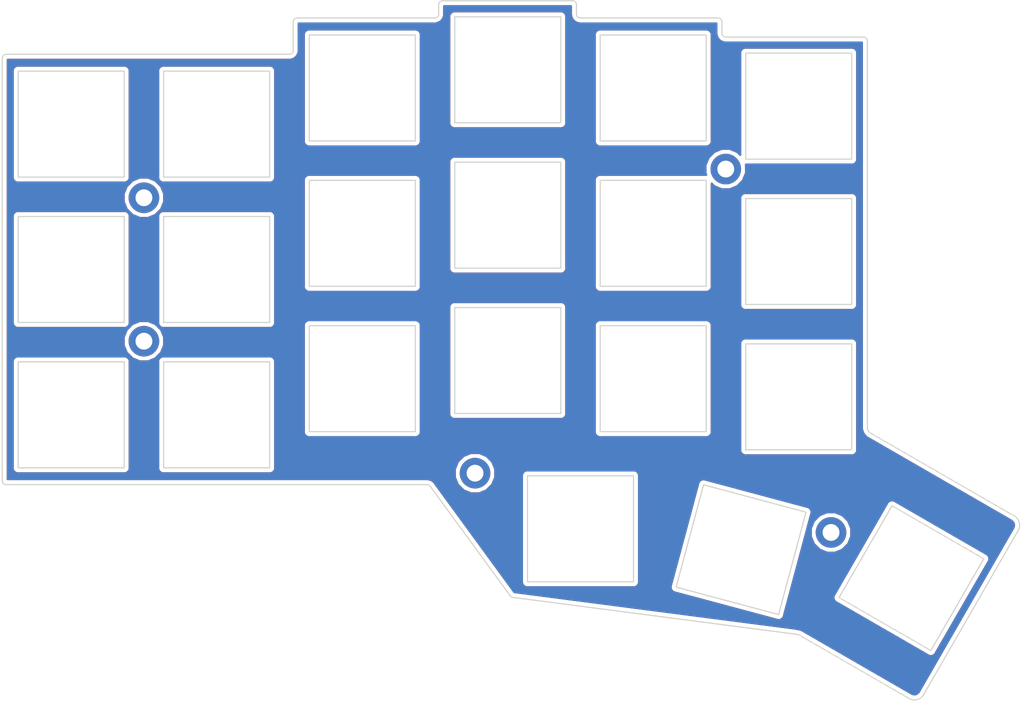
<source format=kicad_pcb>
(kicad_pcb (version 20171130) (host pcbnew "(5.0.0-3-g5ebb6b6)")

  (general
    (thickness 1.6)
    (drawings 135)
    (tracks 0)
    (zones 0)
    (modules 5)
    (nets 1)
  )

  (page A4)
  (title_block
    (title "Corne Cherry")
    (date 2018-08-26)
    (rev 2.0)
    (company foostan)
  )

  (layers
    (0 F.Cu signal)
    (31 B.Cu signal)
    (32 B.Adhes user)
    (33 F.Adhes user)
    (34 B.Paste user)
    (35 F.Paste user)
    (36 B.SilkS user)
    (37 F.SilkS user)
    (38 B.Mask user)
    (39 F.Mask user)
    (40 Dwgs.User user)
    (41 Cmts.User user)
    (42 Eco1.User user)
    (43 Eco2.User user)
    (44 Edge.Cuts user)
    (45 Margin user)
    (46 B.CrtYd user)
    (47 F.CrtYd user)
    (48 B.Fab user)
    (49 F.Fab user)
  )

  (setup
    (last_trace_width 0.25)
    (user_trace_width 0.2)
    (user_trace_width 0.5)
    (trace_clearance 0.2)
    (zone_clearance 0.508)
    (zone_45_only no)
    (trace_min 0.2)
    (segment_width 0.1)
    (edge_width 0.15)
    (via_size 0.6)
    (via_drill 0.4)
    (via_min_size 0.4)
    (via_min_drill 0.3)
    (uvia_size 0.3)
    (uvia_drill 0.1)
    (uvias_allowed no)
    (uvia_min_size 0.2)
    (uvia_min_drill 0.1)
    (pcb_text_width 0.3)
    (pcb_text_size 1.5 1.5)
    (mod_edge_width 0.15)
    (mod_text_size 1 1)
    (mod_text_width 0.15)
    (pad_size 4 4)
    (pad_drill 2.2)
    (pad_to_mask_clearance 0.2)
    (aux_axis_origin 174 65.7)
    (visible_elements FFFFFF7F)
    (pcbplotparams
      (layerselection 0x011f0_ffffffff)
      (usegerberextensions false)
      (usegerberattributes false)
      (usegerberadvancedattributes false)
      (creategerberjobfile false)
      (excludeedgelayer true)
      (linewidth 0.100000)
      (plotframeref false)
      (viasonmask false)
      (mode 1)
      (useauxorigin false)
      (hpglpennumber 1)
      (hpglpenspeed 20)
      (hpglpendiameter 15.000000)
      (psnegative false)
      (psa4output false)
      (plotreference true)
      (plotvalue true)
      (plotinvisibletext false)
      (padsonsilk false)
      (subtractmaskfromsilk true)
      (outputformat 1)
      (mirror false)
      (drillshape 0)
      (scaleselection 1)
      (outputdirectory "gerber/"))
  )

  (net 0 "")

  (net_class Default "これは標準のネット クラスです。"
    (clearance 0.2)
    (trace_width 0.25)
    (via_dia 0.6)
    (via_drill 0.4)
    (uvia_dia 0.3)
    (uvia_drill 0.1)
  )

  (module kbd:LEGO_HOLE (layer F.Cu) (tedit 5B89024D) (tstamp 5AAA5A9F)
    (at 79.5 105.5)
    (descr "Mounting Hole 2.2mm, no annular, M2")
    (tags "mounting hole 2.2mm no annular m2")
    (attr virtual)
    (fp_text reference "" (at 0 -3.2) (layer F.SilkS)
      (effects (font (size 1 1) (thickness 0.15)))
    )
    (fp_text value "" (at 0 3.2) (layer F.Fab)
      (effects (font (size 1 1) (thickness 0.15)))
    )
    (fp_text user %R (at 0.3 0) (layer F.Fab)
      (effects (font (size 1 1) (thickness 0.15)))
    )
    (fp_circle (center 0 0) (end 2.2 0) (layer Cmts.User) (width 0.15))
    (fp_circle (center 0 0) (end 2.45 0) (layer F.CrtYd) (width 0.05))
    (pad "" thru_hole circle (at 0 0) (size 4 4) (drill 2.2) (layers *.Cu *.Mask))
  )

  (module kbd:LEGO_HOLE (layer F.Cu) (tedit 5B890249) (tstamp 5AAA5A7C)
    (at 79.5 86.75)
    (descr "Mounting Hole 2.2mm, no annular, M2")
    (tags "mounting hole 2.2mm no annular m2")
    (attr virtual)
    (fp_text reference "" (at 0 -3.2) (layer F.SilkS)
      (effects (font (size 1 1) (thickness 0.15)))
    )
    (fp_text value "" (at 0 3.2) (layer F.Fab)
      (effects (font (size 1 1) (thickness 0.15)))
    )
    (fp_text user %R (at 0.3 0) (layer F.Fab)
      (effects (font (size 1 1) (thickness 0.15)))
    )
    (fp_circle (center 0 0) (end 2.2 0) (layer Cmts.User) (width 0.15))
    (fp_circle (center 0 0) (end 2.45 0) (layer F.CrtYd) (width 0.05))
    (pad "" thru_hole circle (at 0 0) (size 4 4) (drill 2.2) (layers *.Cu *.Mask))
  )

  (module kbd:LEGO_HOLE (layer F.Cu) (tedit 5B890243) (tstamp 5AAA7C39)
    (at 155.5 83)
    (descr "Mounting Hole 2.2mm, no annular, M2")
    (tags "mounting hole 2.2mm no annular m2")
    (attr virtual)
    (fp_text reference "" (at 0 -3.2) (layer F.SilkS)
      (effects (font (size 1 1) (thickness 0.15)))
    )
    (fp_text value "" (at 0 3.2) (layer F.Fab)
      (effects (font (size 1 1) (thickness 0.15)))
    )
    (fp_text user %R (at 0.3 0) (layer F.Fab)
      (effects (font (size 1 1) (thickness 0.15)))
    )
    (fp_circle (center 0 0) (end 2.2 0) (layer Cmts.User) (width 0.15))
    (fp_circle (center 0 0) (end 2.45 0) (layer F.CrtYd) (width 0.05))
    (pad "" thru_hole circle (at 0 0) (size 4 4) (drill 2.2) (layers *.Cu *.Mask))
  )

  (module kbd:LEGO_HOLE (layer F.Cu) (tedit 5B89023E) (tstamp 5AAA7C4A)
    (at 122.75 122.75)
    (descr "Mounting Hole 2.2mm, no annular, M2")
    (tags "mounting hole 2.2mm no annular m2")
    (attr virtual)
    (fp_text reference "" (at 0 -3.2) (layer F.SilkS)
      (effects (font (size 1 1) (thickness 0.15)))
    )
    (fp_text value "" (at 0 3.2) (layer F.Fab)
      (effects (font (size 1 1) (thickness 0.15)))
    )
    (fp_text user %R (at 0.3 0) (layer F.Fab)
      (effects (font (size 1 1) (thickness 0.15)))
    )
    (fp_circle (center 0 0) (end 2.2 0) (layer Cmts.User) (width 0.15))
    (fp_circle (center 0 0) (end 2.45 0) (layer F.CrtYd) (width 0.05))
    (pad "" thru_hole circle (at 0 0) (size 4 4) (drill 2.2) (layers *.Cu *.Mask))
  )

  (module kbd:LEGO_HOLE (layer F.Cu) (tedit 5B890234) (tstamp 5AAA7D53)
    (at 169.25 130.5)
    (descr "Mounting Hole 2.2mm, no annular, M2")
    (tags "mounting hole 2.2mm no annular m2")
    (attr virtual)
    (fp_text reference "" (at 0 -3.2) (layer F.SilkS)
      (effects (font (size 1 1) (thickness 0.15)))
    )
    (fp_text value "" (at 0 3.2) (layer F.Fab)
      (effects (font (size 1 1) (thickness 0.15)))
    )
    (fp_text user %R (at 0.3 0) (layer F.Fab)
      (effects (font (size 1 1) (thickness 0.15)))
    )
    (fp_circle (center 0 0) (end 2.2 0) (layer Cmts.User) (width 0.15))
    (fp_circle (center 0 0) (end 2.45 0) (layer F.CrtYd) (width 0.05))
    (pad "" thru_hole circle (at 0 0) (size 4 4) (drill 2.2) (layers *.Cu *.Mask))
  )

  (gr_line (start 189.209726 133.940274) (end 182.284726 145.934726) (layer Edge.Cuts) (width 0.15) (tstamp 5B8930CB))
  (gr_line (start 177.215274 127.015274) (end 170.290274 139.009726) (layer Edge.Cuts) (width 0.15) (tstamp 5B8930CA))
  (gr_line (start 177.215274 127.015274) (end 189.209726 133.940274) (layer Edge.Cuts) (width 0.15) (tstamp 5B8930C9))
  (gr_line (start 182.284726 145.934726) (end 170.290274 139.009726) (layer Edge.Cuts) (width 0.15) (tstamp 5B8930C8))
  (gr_line (start 152.603286 124.268642) (end 165.981358 127.853286) (layer Edge.Cuts) (width 0.15) (tstamp 5B8930AE))
  (gr_line (start 149.018642 137.646714) (end 162.396714 141.231358) (layer Edge.Cuts) (width 0.15) (tstamp 5B8930AD))
  (gr_line (start 149.018642 137.646714) (end 152.603286 124.268642) (layer Edge.Cuts) (width 0.15) (tstamp 5B8930AC))
  (gr_line (start 165.981358 127.853286) (end 162.396714 141.231358) (layer Edge.Cuts) (width 0.15) (tstamp 5B8930AB))
  (gr_line (start 129.6 136.95) (end 143.45 136.95) (layer Edge.Cuts) (width 0.15) (tstamp 5B893099))
  (gr_line (start 129.6 136.95) (end 129.6 123.1) (layer Edge.Cuts) (width 0.15) (tstamp 5B893098))
  (gr_line (start 143.45 123.1) (end 143.45 136.95) (layer Edge.Cuts) (width 0.15) (tstamp 5B893097))
  (gr_line (start 129.6 123.1) (end 143.45 123.1) (layer Edge.Cuts) (width 0.15) (tstamp 5B893096))
  (gr_line (start 158.1 86.85) (end 171.95 86.85) (layer Edge.Cuts) (width 0.15) (tstamp 5B893048))
  (gr_line (start 171.95 86.85) (end 171.95 100.7) (layer Edge.Cuts) (width 0.15) (tstamp 5B893047))
  (gr_line (start 158.1 100.7) (end 158.1 86.85) (layer Edge.Cuts) (width 0.15) (tstamp 5B893046))
  (gr_line (start 158.1 81.7) (end 158.1 67.85) (layer Edge.Cuts) (width 0.15) (tstamp 5B893045))
  (gr_line (start 158.1 67.85) (end 171.95 67.85) (layer Edge.Cuts) (width 0.15) (tstamp 5B893044))
  (gr_line (start 158.1 119.7) (end 158.1 105.85) (layer Edge.Cuts) (width 0.15) (tstamp 5B893043))
  (gr_line (start 158.1 100.7) (end 171.95 100.7) (layer Edge.Cuts) (width 0.15) (tstamp 5B893042))
  (gr_line (start 158.1 81.7) (end 171.95 81.7) (layer Edge.Cuts) (width 0.15) (tstamp 5B893041))
  (gr_line (start 158.1 119.7) (end 171.95 119.7) (layer Edge.Cuts) (width 0.15) (tstamp 5B893040))
  (gr_line (start 158.1 105.85) (end 171.95 105.85) (layer Edge.Cuts) (width 0.15) (tstamp 5B89303F))
  (gr_line (start 171.95 67.85) (end 171.95 81.7) (layer Edge.Cuts) (width 0.15) (tstamp 5B89303E))
  (gr_line (start 171.95 105.85) (end 171.95 119.7) (layer Edge.Cuts) (width 0.15) (tstamp 5B89303D))
  (gr_line (start 139.1 98.325) (end 152.95 98.325) (layer Edge.Cuts) (width 0.15) (tstamp 5B893030))
  (gr_line (start 139.1 98.325) (end 139.1 84.475) (layer Edge.Cuts) (width 0.15) (tstamp 5B89302F))
  (gr_line (start 139.1 65.475) (end 152.95 65.475) (layer Edge.Cuts) (width 0.15) (tstamp 5B89302E))
  (gr_line (start 139.1 79.325) (end 152.95 79.325) (layer Edge.Cuts) (width 0.15) (tstamp 5B89302D))
  (gr_line (start 139.1 79.325) (end 139.1 65.475) (layer Edge.Cuts) (width 0.15) (tstamp 5B89302C))
  (gr_line (start 139.1 117.325) (end 152.95 117.325) (layer Edge.Cuts) (width 0.15) (tstamp 5B89302B))
  (gr_line (start 139.1 117.325) (end 139.1 103.475) (layer Edge.Cuts) (width 0.15) (tstamp 5B89302A))
  (gr_line (start 152.95 84.475) (end 152.95 98.325) (layer Edge.Cuts) (width 0.15) (tstamp 5B893029))
  (gr_line (start 139.1 84.475) (end 152.95 84.475) (layer Edge.Cuts) (width 0.15) (tstamp 5B893028))
  (gr_line (start 152.95 65.475) (end 152.95 79.325) (layer Edge.Cuts) (width 0.15) (tstamp 5B893027))
  (gr_line (start 139.1 103.475) (end 152.95 103.475) (layer Edge.Cuts) (width 0.15) (tstamp 5B893026))
  (gr_line (start 152.95 103.475) (end 152.95 117.325) (layer Edge.Cuts) (width 0.15) (tstamp 5B893025))
  (gr_line (start 120.1 114.95) (end 133.95 114.95) (layer Edge.Cuts) (width 0.15) (tstamp 5B893018))
  (gr_line (start 120.1 114.95) (end 120.1 101.1) (layer Edge.Cuts) (width 0.15) (tstamp 5B893017))
  (gr_line (start 133.95 82.1) (end 133.95 95.95) (layer Edge.Cuts) (width 0.15) (tstamp 5B893016))
  (gr_line (start 120.1 82.1) (end 133.95 82.1) (layer Edge.Cuts) (width 0.15) (tstamp 5B893015))
  (gr_line (start 120.1 95.95) (end 133.95 95.95) (layer Edge.Cuts) (width 0.15) (tstamp 5B893014))
  (gr_line (start 120.1 95.95) (end 120.1 82.1) (layer Edge.Cuts) (width 0.15) (tstamp 5B893013))
  (gr_line (start 120.1 63.1) (end 133.95 63.1) (layer Edge.Cuts) (width 0.15) (tstamp 5B893012))
  (gr_line (start 120.1 76.95) (end 133.95 76.95) (layer Edge.Cuts) (width 0.15) (tstamp 5B893011))
  (gr_line (start 120.1 76.95) (end 120.1 63.1) (layer Edge.Cuts) (width 0.15) (tstamp 5B893010))
  (gr_line (start 120.1 101.1) (end 133.95 101.1) (layer Edge.Cuts) (width 0.15) (tstamp 5B89300F))
  (gr_line (start 133.95 101.1) (end 133.95 114.95) (layer Edge.Cuts) (width 0.15) (tstamp 5B89300E))
  (gr_line (start 133.95 63.1) (end 133.95 76.95) (layer Edge.Cuts) (width 0.15) (tstamp 5B89300D))
  (gr_line (start 101.1 65.475) (end 114.95 65.475) (layer Edge.Cuts) (width 0.15) (tstamp 5B893000))
  (gr_line (start 101.1 79.325) (end 114.95 79.325) (layer Edge.Cuts) (width 0.15) (tstamp 5B892FFF))
  (gr_line (start 101.1 79.325) (end 101.1 65.475) (layer Edge.Cuts) (width 0.15) (tstamp 5B892FFE))
  (gr_line (start 101.1 103.475) (end 114.95 103.475) (layer Edge.Cuts) (width 0.15) (tstamp 5B892FFD))
  (gr_line (start 114.95 103.475) (end 114.95 117.325) (layer Edge.Cuts) (width 0.15) (tstamp 5B892FFC))
  (gr_line (start 114.95 65.475) (end 114.95 79.325) (layer Edge.Cuts) (width 0.15) (tstamp 5B892FFB))
  (gr_line (start 101.1 98.325) (end 114.95 98.325) (layer Edge.Cuts) (width 0.15) (tstamp 5B892FFA))
  (gr_line (start 101.1 98.325) (end 101.1 84.475) (layer Edge.Cuts) (width 0.15) (tstamp 5B892FF9))
  (gr_line (start 114.95 84.475) (end 114.95 98.325) (layer Edge.Cuts) (width 0.15) (tstamp 5B892FF8))
  (gr_line (start 101.1 84.475) (end 114.95 84.475) (layer Edge.Cuts) (width 0.15) (tstamp 5B892FF7))
  (gr_line (start 101.1 117.325) (end 114.95 117.325) (layer Edge.Cuts) (width 0.15) (tstamp 5B892FF6))
  (gr_line (start 101.1 117.325) (end 101.1 103.475) (layer Edge.Cuts) (width 0.15) (tstamp 5B892FF5))
  (gr_line (start 82.075 84.05) (end 95.925 84.05) (layer Edge.Cuts) (width 0.15) (tstamp 5B892FE8))
  (gr_line (start 82.075 84.05) (end 82.075 70.2) (layer Edge.Cuts) (width 0.15) (tstamp 5B892FE7))
  (gr_line (start 82.075 108.2) (end 95.925 108.2) (layer Edge.Cuts) (width 0.15) (tstamp 5B892FE6))
  (gr_line (start 95.925 108.2) (end 95.925 122.05) (layer Edge.Cuts) (width 0.15) (tstamp 5B892FE5))
  (gr_line (start 95.925 70.2) (end 95.925 84.05) (layer Edge.Cuts) (width 0.15) (tstamp 5B892FE4))
  (gr_line (start 82.075 103.05) (end 95.925 103.05) (layer Edge.Cuts) (width 0.15) (tstamp 5B892FE3))
  (gr_line (start 82.075 103.05) (end 82.075 89.2) (layer Edge.Cuts) (width 0.15) (tstamp 5B892FE2))
  (gr_line (start 95.925 89.2) (end 95.925 103.05) (layer Edge.Cuts) (width 0.15) (tstamp 5B892FE1))
  (gr_line (start 82.075 89.2) (end 95.925 89.2) (layer Edge.Cuts) (width 0.15) (tstamp 5B892FE0))
  (gr_line (start 82.075 122.05) (end 95.925 122.05) (layer Edge.Cuts) (width 0.15) (tstamp 5B892FDF))
  (gr_line (start 82.075 122.05) (end 82.075 108.2) (layer Edge.Cuts) (width 0.15) (tstamp 5B892FDE))
  (gr_line (start 82.075 70.2) (end 95.925 70.2) (layer Edge.Cuts) (width 0.15) (tstamp 5B892FDD))
  (gr_line (start 63.075 122.05) (end 76.925 122.05) (layer Edge.Cuts) (width 0.15) (tstamp 5B892F92))
  (gr_line (start 63.075 122.05) (end 63.075 108.2) (layer Edge.Cuts) (width 0.15) (tstamp 5B892F91))
  (gr_line (start 76.925 108.2) (end 76.925 122.05) (layer Edge.Cuts) (width 0.15) (tstamp 5B892F90))
  (gr_line (start 63.075 108.2) (end 76.925 108.2) (layer Edge.Cuts) (width 0.15) (tstamp 5B892F8F))
  (gr_line (start 63.075 103.05) (end 76.925 103.05) (layer Edge.Cuts) (width 0.15) (tstamp 5B892F7C))
  (gr_line (start 63.075 103.05) (end 63.075 89.2) (layer Edge.Cuts) (width 0.15) (tstamp 5B892F7B))
  (gr_line (start 76.925 89.2) (end 76.925 103.05) (layer Edge.Cuts) (width 0.15) (tstamp 5B892F7A))
  (gr_line (start 63.075 89.2) (end 76.925 89.2) (layer Edge.Cuts) (width 0.15) (tstamp 5B892F79))
  (gr_line (start 63.075 84.05) (end 76.925 84.05) (layer Edge.Cuts) (width 0.15) (tstamp 5B892F5B))
  (gr_line (start 63.075 70.2) (end 76.925 70.2) (layer Edge.Cuts) (width 0.15))
  (gr_arc (start 174.847282 116.785192) (end 173.997282 116.810192) (angle -52.52752939) (layer Edge.Cuts) (width 0.15))
  (gr_arc (start 192.500001 129.550001) (end 193.65 130.325) (angle -90.22347501) (layer Edge.Cuts) (width 0.15) (tstamp 5B892EBC))
  (gr_line (start 193.275 128.4) (end 174.35 117.475) (layer Edge.Cuts) (width 0.15))
  (gr_line (start 63.075 84.05) (end 63.075 70.2) (layer Edge.Cuts) (width 0.15))
  (gr_line (start 76.925 70.2) (end 76.925 84.05) (layer Edge.Cuts) (width 0.15))
  (gr_line (start 169.25 128.05) (end 169.25 132.950063) (layer F.Fab) (width 0.1) (tstamp 5B88C1AA))
  (gr_line (start 166.8 130.5) (end 171.7 130.5) (layer F.Fab) (width 0.1) (tstamp 5B88C1A9))
  (gr_line (start 122.75 120.3) (end 122.75 125.200063) (layer F.Fab) (width 0.1) (tstamp 5B88C1A6))
  (gr_line (start 120.3 122.75) (end 125.2 122.75) (layer F.Fab) (width 0.1) (tstamp 5B88C1A5))
  (gr_line (start 79.5 103.05) (end 79.5 107.950063) (layer F.Fab) (width 0.1) (tstamp 5B88C19E))
  (gr_line (start 77.05 105.5) (end 81.95 105.5) (layer F.Fab) (width 0.1) (tstamp 5B88C19D))
  (gr_line (start 79.5 84.3) (end 79.5 89.200063) (layer F.Fab) (width 0.1) (tstamp 5B88C19A))
  (gr_line (start 77.05 86.75) (end 81.95 86.75) (layer F.Fab) (width 0.1) (tstamp 5B88C199))
  (gr_line (start 153.05 83) (end 157.95 83) (layer F.Fab) (width 0.1))
  (gr_line (start 155.5 80.55) (end 155.5 85.450063) (layer F.Fab) (width 0.1))
  (gr_arc (start 180.14425 151.010957) (end 179.369251 152.160956) (angle -90.22347501) (layer Edge.Cuts) (width 0.15))
  (gr_arc (start 164.087404 147.16844) (end 165.075 143.9) (angle -11.21335546) (layer Edge.Cuts) (width 0.15))
  (gr_line (start 181.3 151.775) (end 193.65 130.325) (layer Edge.Cuts) (width 0.15))
  (gr_line (start 165.075 143.9) (end 179.4 152.175) (layer Edge.Cuts) (width 0.15))
  (gr_line (start 127.75 139) (end 164.45 143.775) (layer Edge.Cuts) (width 0.15))
  (gr_arc (start 127.75 138.5) (end 127.75 139) (angle 45) (layer Edge.Cuts) (width 0.15))
  (gr_line (start 116.85 124.4) (end 127.4 138.85) (angle 90) (layer Edge.Cuts) (width 0.15))
  (gr_line (start 169.26 130.5) (end 169.25 130.5) (angle 90) (layer Eco2.User) (width 2.5) (tstamp 5AAFF2CD))
  (gr_line (start 122.76 122.75) (end 122.75 122.75) (angle 90) (layer Eco2.User) (width 2.5) (tstamp 5AAFF292))
  (gr_line (start 155.51 83) (end 155.5 83) (angle 90) (layer Eco2.User) (width 2.5) (tstamp 5AAFF245))
  (gr_line (start 79.5 105.5) (end 79.51 105.5) (angle 90) (layer Eco2.User) (width 2.5) (tstamp 5AAFF0EB))
  (gr_line (start 79.5 86.75) (end 79.51 86.75) (angle 90) (layer Eco2.User) (width 2.5))
  (gr_text "Corne Cherry v2.0\nPCB Designed by foostan" (at 117.55 121.45) (layer B.Mask)
    (effects (font (size 1 1) (thickness 0.125)) (justify left mirror))
  )
  (gr_text "Corne Cherry v2.0\nPCB Designed by foostan" (at 98.25 121.45) (layer F.Mask)
    (effects (font (size 1 1) (thickness 0.125)) (justify left))
  )
  (gr_line (start 174 66.25) (end 174 116.825) (angle 90) (layer Edge.Cuts) (width 0.15))
  (gr_arc (start 173.5 66.25) (end 173.5 65.75) (angle 90) (layer Edge.Cuts) (width 0.15))
  (gr_arc (start 116.5 124.75) (end 116.5 124.25) (angle 45) (layer Edge.Cuts) (width 0.15))
  (gr_arc (start 61.5 123.75) (end 61.5 124.25) (angle 90) (layer Edge.Cuts) (width 0.15))
  (gr_arc (start 61.5 68.5) (end 61 68.5) (angle 90) (layer Edge.Cuts) (width 0.15))
  (gr_arc (start 98.5 67.5) (end 99 67.5) (angle 90) (layer Edge.Cuts) (width 0.15))
  (gr_arc (start 99.5 63.75) (end 99 63.75) (angle 90) (layer Edge.Cuts) (width 0.15))
  (gr_arc (start 117.5 62.75) (end 118 62.75) (angle 90) (layer Edge.Cuts) (width 0.15))
  (gr_arc (start 118.5 61.5) (end 118 61.5) (angle 90) (layer Edge.Cuts) (width 0.15))
  (gr_arc (start 135.5 61.5) (end 135.5 61) (angle 90) (layer Edge.Cuts) (width 0.15))
  (gr_arc (start 136.5 62.75) (end 136.5 63.25) (angle 90) (layer Edge.Cuts) (width 0.15))
  (gr_arc (start 154.5 63.75) (end 154.5 63.25) (angle 90) (layer Edge.Cuts) (width 0.15))
  (gr_arc (start 155.5 65.25) (end 155.5 65.75) (angle 90) (layer Edge.Cuts) (width 0.15))
  (gr_line (start 116.5 124.25) (end 61.475 124.25) (angle 90) (layer Edge.Cuts) (width 0.15))
  (gr_line (start 61 68.5) (end 61 123.75) (angle 90) (layer Edge.Cuts) (width 0.15))
  (gr_line (start 98.5 68) (end 61.474992 68) (angle 90) (layer Edge.Cuts) (width 0.15))
  (gr_line (start 99 63.75) (end 99 67.5) (angle 90) (layer Edge.Cuts) (width 0.15))
  (gr_line (start 117.5 63.25) (end 99.5 63.25) (angle 90) (layer Edge.Cuts) (width 0.15))
  (gr_line (start 118 61.5) (end 118 62.75) (angle 90) (layer Edge.Cuts) (width 0.15))
  (gr_line (start 135.5 61) (end 118.5 61) (angle 90) (layer Edge.Cuts) (width 0.15))
  (gr_line (start 136 62.75) (end 136 61.5) (angle 90) (layer Edge.Cuts) (width 0.15))
  (gr_line (start 154.5 63.25) (end 136.5 63.25) (angle 90) (layer Edge.Cuts) (width 0.15))
  (gr_line (start 155 65.25) (end 155 63.75) (angle 90) (layer Edge.Cuts) (width 0.15))
  (gr_line (start 173.5 65.75) (end 155.5 65.75) (angle 90) (layer Edge.Cuts) (width 0.15))

  (zone (net 0) (net_name "") (layer B.Cu) (tstamp 5B896923) (hatch edge 0.508)
    (connect_pads (clearance 0.508))
    (min_thickness 0.254)
    (fill yes (arc_segments 16) (thermal_gap 0.508) (thermal_bridge_width 0.508))
    (polygon
      (pts
        (xy 174.075 117.225) (xy 174 67.9) (xy 174 65.7) (xy 155 65.7) (xy 155 63.2)
        (xy 136 63.2) (xy 136 60.9) (xy 118 60.9) (xy 118 63.2) (xy 98.8 63.2)
        (xy 98.9 67.9) (xy 60.7 68) (xy 60.9 124.7) (xy 116.6 124.2) (xy 127.6 139)
        (xy 165.075 143.9) (xy 180.625 152.8) (xy 194.475 129.025) (xy 194.075 128.8)
      )
    )
    (filled_polygon
      (pts
        (xy 135.29 62.819925) (xy 135.303642 62.888508) (xy 135.303642 62.888513) (xy 135.341702 63.079856) (xy 135.447716 63.335796)
        (xy 135.447718 63.3358) (xy 135.556105 63.49801) (xy 135.634458 63.576363) (xy 135.751989 63.693895) (xy 135.9142 63.802282)
        (xy 135.914203 63.802283) (xy 135.914204 63.802284) (xy 136.170145 63.908298) (xy 136.361487 63.946358) (xy 136.361491 63.946358)
        (xy 136.430074 63.96) (xy 154.290001 63.96) (xy 154.29 65.319925) (xy 154.303642 65.388508) (xy 154.303642 65.388513)
        (xy 154.341702 65.579856) (xy 154.447716 65.835796) (xy 154.447718 65.8358) (xy 154.556105 65.99801) (xy 154.634458 66.076363)
        (xy 154.751989 66.193895) (xy 154.9142 66.302282) (xy 154.914203 66.302283) (xy 154.914204 66.302284) (xy 155.170145 66.408298)
        (xy 155.361487 66.446358) (xy 155.361491 66.446358) (xy 155.430074 66.46) (xy 173.29 66.46) (xy 173.290001 116.894926)
        (xy 173.294114 116.915604) (xy 173.301091 116.988747) (xy 173.323564 117.063657) (xy 173.331196 117.102028) (xy 173.331905 117.103089)
        (xy 173.342681 117.169535) (xy 173.458673 117.480397) (xy 173.527455 117.591711) (xy 173.604295 117.716067) (xy 173.759362 117.882576)
        (xy 173.775708 117.915718) (xy 173.934474 118.054937) (xy 192.842472 128.970122) (xy 193.036965 129.156328) (xy 193.139226 129.363721)
        (xy 193.164387 129.593583) (xy 193.10204 129.848313) (xy 193.031407 129.97645) (xy 180.722428 151.355205) (xy 180.537923 151.54792)
        (xy 180.33053 151.650182) (xy 180.100668 151.675343) (xy 179.845938 151.612996) (xy 179.819195 151.598254) (xy 179.815692 151.595181)
        (xy 165.430072 143.285164) (xy 165.430066 143.28516) (xy 165.430059 143.285157) (xy 165.369593 143.250228) (xy 165.169656 143.182306)
        (xy 165.121644 143.185442) (xy 164.641799 143.090377) (xy 164.610947 143.079956) (xy 127.878032 138.300675) (xy 127.46956 137.741203)
        (xy 148.300926 137.741203) (xy 148.391719 138.008668) (xy 148.577955 138.221029) (xy 148.767338 138.314423) (xy 148.767339 138.314423)
        (xy 148.831281 138.345956) (xy 148.902424 138.350619) (xy 162.145412 141.899068) (xy 162.209353 141.9306) (xy 162.35804 141.940346)
        (xy 162.491202 141.949074) (xy 162.491203 141.949074) (xy 162.758668 141.858281) (xy 162.971029 141.672045) (xy 163.064423 141.482662)
        (xy 163.064423 141.482661) (xy 163.095956 141.418719) (xy 163.100619 141.347578) (xy 163.752362 138.915237) (xy 169.572558 138.915237)
        (xy 169.591032 139.197087) (xy 169.715959 139.450414) (xy 169.868332 139.584041) (xy 169.92832 139.636649) (xy 169.995831 139.659566)
        (xy 181.86917 146.514641) (xy 181.922772 146.561649) (xy 181.990283 146.584566) (xy 182.190236 146.652442) (xy 182.190237 146.652442)
        (xy 182.472087 146.633968) (xy 182.725414 146.509041) (xy 182.864641 146.350283) (xy 182.864642 146.350282) (xy 182.911649 146.29668)
        (xy 182.934566 146.229169) (xy 189.789641 134.35583) (xy 189.836649 134.302228) (xy 189.927442 134.034763) (xy 189.908968 133.752912)
        (xy 189.784041 133.499585) (xy 189.625283 133.360358) (xy 189.625278 133.360355) (xy 189.57168 133.313351) (xy 189.504174 133.290435)
        (xy 177.630829 126.435358) (xy 177.577228 126.388351) (xy 177.509718 126.365434) (xy 177.509716 126.365433) (xy 177.309763 126.297558)
        (xy 177.027912 126.316032) (xy 176.774585 126.440959) (xy 176.635358 126.599717) (xy 176.635355 126.599722) (xy 176.588351 126.65332)
        (xy 176.565435 126.720826) (xy 169.710358 138.594171) (xy 169.663351 138.647772) (xy 169.640434 138.715282) (xy 169.640433 138.715284)
        (xy 169.57549 138.906601) (xy 169.572558 138.915237) (xy 163.752362 138.915237) (xy 166.141994 129.997012) (xy 166.610881 129.997012)
        (xy 166.615 130.510655) (xy 166.615 131.024134) (xy 166.619199 131.034271) (xy 166.619287 131.045247) (xy 167.004257 131.974647)
        (xy 167.010175 131.978171) (xy 167.016155 131.992608) (xy 167.757392 132.733845) (xy 167.771829 132.739825) (xy 167.775353 132.745743)
        (xy 168.251483 132.938504) (xy 168.725866 133.135) (xy 168.736838 133.135) (xy 168.747012 133.139119) (xy 169.260655 133.135)
        (xy 169.774134 133.135) (xy 169.784271 133.130801) (xy 169.795247 133.130713) (xy 170.724647 132.745743) (xy 170.728171 132.739825)
        (xy 170.742608 132.733845) (xy 171.483845 131.992608) (xy 171.489825 131.978171) (xy 171.495743 131.974647) (xy 171.688504 131.498517)
        (xy 171.885 131.024134) (xy 171.885 131.013162) (xy 171.889119 131.002988) (xy 171.885 130.489345) (xy 171.885 129.975866)
        (xy 171.880801 129.965729) (xy 171.880713 129.954753) (xy 171.495743 129.025353) (xy 171.489825 129.021829) (xy 171.483845 129.007392)
        (xy 170.742608 128.266155) (xy 170.728171 128.260175) (xy 170.724647 128.254257) (xy 170.248517 128.061496) (xy 169.774134 127.865)
        (xy 169.763162 127.865) (xy 169.752988 127.860881) (xy 169.239345 127.865) (xy 168.725866 127.865) (xy 168.715729 127.869199)
        (xy 168.704753 127.869287) (xy 167.775353 128.254257) (xy 167.771829 128.260175) (xy 167.757392 128.266155) (xy 167.016155 129.007392)
        (xy 167.010175 129.021829) (xy 167.004257 129.025353) (xy 166.811496 129.501483) (xy 166.615 129.975866) (xy 166.615 129.986838)
        (xy 166.610881 129.997012) (xy 166.141994 129.997012) (xy 166.649068 128.104588) (xy 166.6806 128.040647) (xy 166.687664 127.932867)
        (xy 166.699074 127.758798) (xy 166.608281 127.491332) (xy 166.608281 127.491331) (xy 166.422045 127.27897) (xy 166.232662 127.185576)
        (xy 166.232656 127.185574) (xy 166.168719 127.154044) (xy 166.097583 127.149382) (xy 152.854589 123.600933) (xy 152.790647 123.5694)
        (xy 152.719505 123.564737) (xy 152.719504 123.564737) (xy 152.508797 123.550926) (xy 152.332124 123.610899) (xy 152.241331 123.641719)
        (xy 152.02897 123.827955) (xy 151.935576 124.017338) (xy 151.935574 124.017344) (xy 151.904044 124.081281) (xy 151.899381 124.152419)
        (xy 148.350933 137.395411) (xy 148.3194 137.459353) (xy 148.300926 137.741203) (xy 127.46956 137.741203) (xy 117.450961 124.019048)
        (xy 117.443898 124.001995) (xy 117.423938 123.982035) (xy 117.382196 123.924862) (xy 117.226804 123.781888) (xy 117.193525 123.769698)
        (xy 117.0858 123.697718) (xy 117.085797 123.697717) (xy 117.085796 123.697716) (xy 116.829856 123.591702) (xy 116.638513 123.553642)
        (xy 116.638509 123.553642) (xy 116.569926 123.54) (xy 61.71 123.54) (xy 61.71 108.2) (xy 62.351091 108.2)
        (xy 62.365001 108.269931) (xy 62.365 121.980074) (xy 62.351091 122.05) (xy 62.406195 122.327028) (xy 62.563119 122.561881)
        (xy 62.797972 122.718805) (xy 62.954801 122.75) (xy 63.075 122.773909) (xy 63.144925 122.76) (xy 76.855075 122.76)
        (xy 76.925 122.773909) (xy 77.0452 122.75) (xy 77.202028 122.718805) (xy 77.436881 122.561881) (xy 77.593805 122.327028)
        (xy 77.648909 122.05) (xy 77.635 121.980074) (xy 77.635 108.269926) (xy 77.648909 108.2) (xy 81.351091 108.2)
        (xy 81.365001 108.269931) (xy 81.365 121.980074) (xy 81.351091 122.05) (xy 81.406195 122.327028) (xy 81.563119 122.561881)
        (xy 81.797972 122.718805) (xy 81.954801 122.75) (xy 82.075 122.773909) (xy 82.144925 122.76) (xy 95.855075 122.76)
        (xy 95.925 122.773909) (xy 96.0452 122.75) (xy 96.202028 122.718805) (xy 96.436881 122.561881) (xy 96.593805 122.327028)
        (xy 96.609721 122.247012) (xy 120.110881 122.247012) (xy 120.115 122.760655) (xy 120.115 123.274134) (xy 120.119199 123.284271)
        (xy 120.119287 123.295247) (xy 120.504257 124.224647) (xy 120.510175 124.228171) (xy 120.516155 124.242608) (xy 121.257392 124.983845)
        (xy 121.271829 124.989825) (xy 121.275353 124.995743) (xy 121.751483 125.188504) (xy 122.225866 125.385) (xy 122.236838 125.385)
        (xy 122.247012 125.389119) (xy 122.760655 125.385) (xy 123.274134 125.385) (xy 123.284271 125.380801) (xy 123.295247 125.380713)
        (xy 124.224647 124.995743) (xy 124.228171 124.989825) (xy 124.242608 124.983845) (xy 124.983845 124.242608) (xy 124.989825 124.228171)
        (xy 124.995743 124.224647) (xy 125.188504 123.748517) (xy 125.385 123.274134) (xy 125.385 123.263162) (xy 125.389119 123.252988)
        (xy 125.387893 123.1) (xy 128.876091 123.1) (xy 128.890001 123.169931) (xy 128.89 136.880074) (xy 128.876091 136.95)
        (xy 128.931195 137.227028) (xy 129.088119 137.461881) (xy 129.24564 137.567133) (xy 129.322972 137.618805) (xy 129.6 137.673909)
        (xy 129.669925 137.66) (xy 143.380075 137.66) (xy 143.45 137.673909) (xy 143.727028 137.618805) (xy 143.961881 137.461881)
        (xy 144.118805 137.227028) (xy 144.16 137.019926) (xy 144.16 137.019925) (xy 144.173909 136.95) (xy 144.16 136.880074)
        (xy 144.16 123.169926) (xy 144.173909 123.1) (xy 144.118805 122.822972) (xy 143.961881 122.588119) (xy 143.727028 122.431195)
        (xy 143.519926 122.39) (xy 143.519925 122.39) (xy 143.45 122.376091) (xy 143.380074 122.39) (xy 129.669926 122.39)
        (xy 129.6 122.376091) (xy 129.530075 122.39) (xy 129.530074 122.39) (xy 129.322972 122.431195) (xy 129.088119 122.588119)
        (xy 128.931195 122.822972) (xy 128.876091 123.1) (xy 125.387893 123.1) (xy 125.385 122.739345) (xy 125.385 122.225866)
        (xy 125.380801 122.215729) (xy 125.380713 122.204753) (xy 124.995743 121.275353) (xy 124.989825 121.271829) (xy 124.983845 121.257392)
        (xy 124.242608 120.516155) (xy 124.228171 120.510175) (xy 124.224647 120.504257) (xy 123.748517 120.311496) (xy 123.274134 120.115)
        (xy 123.263162 120.115) (xy 123.252988 120.110881) (xy 122.739345 120.115) (xy 122.225866 120.115) (xy 122.215729 120.119199)
        (xy 122.204753 120.119287) (xy 121.275353 120.504257) (xy 121.271829 120.510175) (xy 121.257392 120.516155) (xy 120.516155 121.257392)
        (xy 120.510175 121.271829) (xy 120.504257 121.275353) (xy 120.311496 121.751483) (xy 120.115 122.225866) (xy 120.115 122.236838)
        (xy 120.110881 122.247012) (xy 96.609721 122.247012) (xy 96.648909 122.05) (xy 96.635 121.980074) (xy 96.635 108.269926)
        (xy 96.648909 108.2) (xy 96.593805 107.922972) (xy 96.436881 107.688119) (xy 96.202028 107.531195) (xy 95.994926 107.49)
        (xy 95.994925 107.49) (xy 95.925 107.476091) (xy 95.855074 107.49) (xy 82.144926 107.49) (xy 82.075 107.476091)
        (xy 82.005075 107.49) (xy 82.005074 107.49) (xy 81.797972 107.531195) (xy 81.563119 107.688119) (xy 81.406195 107.922972)
        (xy 81.351091 108.2) (xy 77.648909 108.2) (xy 77.593805 107.922972) (xy 77.436881 107.688119) (xy 77.202028 107.531195)
        (xy 76.994926 107.49) (xy 76.994925 107.49) (xy 76.925 107.476091) (xy 76.855074 107.49) (xy 63.144926 107.49)
        (xy 63.075 107.476091) (xy 63.005075 107.49) (xy 63.005074 107.49) (xy 62.797972 107.531195) (xy 62.563119 107.688119)
        (xy 62.406195 107.922972) (xy 62.351091 108.2) (xy 61.71 108.2) (xy 61.71 104.997012) (xy 76.860881 104.997012)
        (xy 76.865 105.510655) (xy 76.865 106.024134) (xy 76.869199 106.034271) (xy 76.869287 106.045247) (xy 77.254257 106.974647)
        (xy 77.260175 106.978171) (xy 77.266155 106.992608) (xy 78.007392 107.733845) (xy 78.021829 107.739825) (xy 78.025353 107.745743)
        (xy 78.501483 107.938504) (xy 78.975866 108.135) (xy 78.986838 108.135) (xy 78.997012 108.139119) (xy 79.510655 108.135)
        (xy 80.024134 108.135) (xy 80.034271 108.130801) (xy 80.045247 108.130713) (xy 80.974647 107.745743) (xy 80.978171 107.739825)
        (xy 80.992608 107.733845) (xy 81.733845 106.992608) (xy 81.739825 106.978171) (xy 81.745743 106.974647) (xy 81.938504 106.498517)
        (xy 82.135 106.024134) (xy 82.135 106.013162) (xy 82.139119 106.002988) (xy 82.135 105.489345) (xy 82.135 104.975866)
        (xy 82.130801 104.965729) (xy 82.130713 104.954753) (xy 81.745743 104.025353) (xy 81.739825 104.021829) (xy 81.733845 104.007392)
        (xy 80.992608 103.266155) (xy 80.978171 103.260175) (xy 80.974647 103.254257) (xy 80.498517 103.061496) (xy 80.024134 102.865)
        (xy 80.013162 102.865) (xy 80.002988 102.860881) (xy 79.489345 102.865) (xy 78.975866 102.865) (xy 78.965729 102.869199)
        (xy 78.954753 102.869287) (xy 78.025353 103.254257) (xy 78.021829 103.260175) (xy 78.007392 103.266155) (xy 77.266155 104.007392)
        (xy 77.260175 104.021829) (xy 77.254257 104.025353) (xy 77.061496 104.501483) (xy 76.865 104.975866) (xy 76.865 104.986838)
        (xy 76.860881 104.997012) (xy 61.71 104.997012) (xy 61.71 89.2) (xy 62.351091 89.2) (xy 62.365001 89.269931)
        (xy 62.365 102.980074) (xy 62.351091 103.05) (xy 62.406195 103.327028) (xy 62.563119 103.561881) (xy 62.797972 103.718805)
        (xy 63.075 103.773909) (xy 63.144925 103.76) (xy 76.855075 103.76) (xy 76.925 103.773909) (xy 77.202028 103.718805)
        (xy 77.436881 103.561881) (xy 77.593805 103.327028) (xy 77.635 103.119926) (xy 77.635 103.119925) (xy 77.648909 103.05)
        (xy 77.635 102.980074) (xy 77.635 89.269926) (xy 77.648909 89.2) (xy 77.593805 88.922972) (xy 77.436881 88.688119)
        (xy 77.202028 88.531195) (xy 76.994926 88.49) (xy 76.994925 88.49) (xy 76.925 88.476091) (xy 76.855074 88.49)
        (xy 63.144926 88.49) (xy 63.075 88.476091) (xy 63.005075 88.49) (xy 63.005074 88.49) (xy 62.797972 88.531195)
        (xy 62.563119 88.688119) (xy 62.406195 88.922972) (xy 62.351091 89.2) (xy 61.71 89.2) (xy 61.71 86.247012)
        (xy 76.860881 86.247012) (xy 76.865 86.760655) (xy 76.865 87.274134) (xy 76.869199 87.284271) (xy 76.869287 87.295247)
        (xy 77.254257 88.224647) (xy 77.260175 88.228171) (xy 77.266155 88.242608) (xy 78.007392 88.983845) (xy 78.021829 88.989825)
        (xy 78.025353 88.995743) (xy 78.501483 89.188504) (xy 78.975866 89.385) (xy 78.986838 89.385) (xy 78.997012 89.389119)
        (xy 79.510655 89.385) (xy 80.024134 89.385) (xy 80.034271 89.380801) (xy 80.045247 89.380713) (xy 80.481526 89.2)
        (xy 81.351091 89.2) (xy 81.365001 89.269931) (xy 81.365 102.980074) (xy 81.351091 103.05) (xy 81.406195 103.327028)
        (xy 81.563119 103.561881) (xy 81.797972 103.718805) (xy 82.075 103.773909) (xy 82.144925 103.76) (xy 95.855075 103.76)
        (xy 95.925 103.773909) (xy 96.202028 103.718805) (xy 96.436881 103.561881) (xy 96.494933 103.475) (xy 100.376091 103.475)
        (xy 100.390001 103.544931) (xy 100.39 117.255074) (xy 100.376091 117.325) (xy 100.431195 117.602028) (xy 100.588119 117.836881)
        (xy 100.770699 117.958877) (xy 100.822972 117.993805) (xy 101.1 118.048909) (xy 101.169925 118.035) (xy 114.880075 118.035)
        (xy 114.95 118.048909) (xy 115.227028 117.993805) (xy 115.461881 117.836881) (xy 115.618805 117.602028) (xy 115.66 117.394926)
        (xy 115.66 117.394925) (xy 115.673909 117.325) (xy 115.66 117.255074) (xy 115.66 103.544926) (xy 115.673909 103.475)
        (xy 115.644476 103.327027) (xy 115.618805 103.197972) (xy 115.566656 103.119926) (xy 115.461881 102.963119) (xy 115.227028 102.806195)
        (xy 115.019926 102.765) (xy 115.019925 102.765) (xy 114.95 102.751091) (xy 114.880074 102.765) (xy 101.169926 102.765)
        (xy 101.1 102.751091) (xy 101.030075 102.765) (xy 101.030074 102.765) (xy 100.822972 102.806195) (xy 100.588119 102.963119)
        (xy 100.431195 103.197972) (xy 100.376091 103.475) (xy 96.494933 103.475) (xy 96.593805 103.327028) (xy 96.635 103.119926)
        (xy 96.635 103.119925) (xy 96.648909 103.05) (xy 96.635 102.980074) (xy 96.635 101.1) (xy 119.376091 101.1)
        (xy 119.390001 101.169931) (xy 119.39 114.880074) (xy 119.376091 114.95) (xy 119.431195 115.227028) (xy 119.588119 115.461881)
        (xy 119.822972 115.618805) (xy 120.1 115.673909) (xy 120.169925 115.66) (xy 133.880075 115.66) (xy 133.95 115.673909)
        (xy 134.227028 115.618805) (xy 134.461881 115.461881) (xy 134.618805 115.227028) (xy 134.66 115.019926) (xy 134.66 115.019925)
        (xy 134.673909 114.95) (xy 134.66 114.880074) (xy 134.66 103.475) (xy 138.376091 103.475) (xy 138.390001 103.544931)
        (xy 138.39 117.255074) (xy 138.376091 117.325) (xy 138.431195 117.602028) (xy 138.588119 117.836881) (xy 138.770699 117.958877)
        (xy 138.822972 117.993805) (xy 139.1 118.048909) (xy 139.169925 118.035) (xy 152.880075 118.035) (xy 152.95 118.048909)
        (xy 153.227028 117.993805) (xy 153.461881 117.836881) (xy 153.618805 117.602028) (xy 153.66 117.394926) (xy 153.66 117.394925)
        (xy 153.673909 117.325) (xy 153.66 117.255074) (xy 153.66 105.85) (xy 157.376091 105.85) (xy 157.390001 105.919931)
        (xy 157.39 119.630074) (xy 157.376091 119.7) (xy 157.431195 119.977028) (xy 157.588119 120.211881) (xy 157.822972 120.368805)
        (xy 158.1 120.423909) (xy 158.169925 120.41) (xy 171.880075 120.41) (xy 171.95 120.423909) (xy 172.227028 120.368805)
        (xy 172.461881 120.211881) (xy 172.618805 119.977028) (xy 172.66 119.769926) (xy 172.66 119.769925) (xy 172.673909 119.7)
        (xy 172.66 119.630074) (xy 172.66 105.919926) (xy 172.673909 105.85) (xy 172.618805 105.572972) (xy 172.461881 105.338119)
        (xy 172.227028 105.181195) (xy 172.019926 105.14) (xy 172.019925 105.14) (xy 171.95 105.126091) (xy 171.880074 105.14)
        (xy 158.169926 105.14) (xy 158.1 105.126091) (xy 158.030075 105.14) (xy 158.030074 105.14) (xy 157.822972 105.181195)
        (xy 157.588119 105.338119) (xy 157.431195 105.572972) (xy 157.376091 105.85) (xy 153.66 105.85) (xy 153.66 103.544926)
        (xy 153.673909 103.475) (xy 153.644476 103.327027) (xy 153.618805 103.197972) (xy 153.566656 103.119926) (xy 153.461881 102.963119)
        (xy 153.227028 102.806195) (xy 153.019926 102.765) (xy 153.019925 102.765) (xy 152.95 102.751091) (xy 152.880074 102.765)
        (xy 139.169926 102.765) (xy 139.1 102.751091) (xy 139.030075 102.765) (xy 139.030074 102.765) (xy 138.822972 102.806195)
        (xy 138.588119 102.963119) (xy 138.431195 103.197972) (xy 138.376091 103.475) (xy 134.66 103.475) (xy 134.66 101.169926)
        (xy 134.673909 101.1) (xy 134.649449 100.977028) (xy 134.618805 100.822972) (xy 134.571383 100.752) (xy 134.461881 100.588119)
        (xy 134.227028 100.431195) (xy 134.019926 100.39) (xy 134.019925 100.39) (xy 133.95 100.376091) (xy 133.880074 100.39)
        (xy 120.169926 100.39) (xy 120.1 100.376091) (xy 120.030075 100.39) (xy 120.030074 100.39) (xy 119.822972 100.431195)
        (xy 119.588119 100.588119) (xy 119.431195 100.822972) (xy 119.376091 101.1) (xy 96.635 101.1) (xy 96.635 89.269926)
        (xy 96.648909 89.2) (xy 96.593805 88.922972) (xy 96.436881 88.688119) (xy 96.202028 88.531195) (xy 95.994926 88.49)
        (xy 95.994925 88.49) (xy 95.925 88.476091) (xy 95.855074 88.49) (xy 82.144926 88.49) (xy 82.075 88.476091)
        (xy 82.005075 88.49) (xy 82.005074 88.49) (xy 81.797972 88.531195) (xy 81.563119 88.688119) (xy 81.406195 88.922972)
        (xy 81.351091 89.2) (xy 80.481526 89.2) (xy 80.974647 88.995743) (xy 80.978171 88.989825) (xy 80.992608 88.983845)
        (xy 81.733845 88.242608) (xy 81.739825 88.228171) (xy 81.745743 88.224647) (xy 81.938504 87.748517) (xy 82.135 87.274134)
        (xy 82.135 87.263162) (xy 82.139119 87.252988) (xy 82.135 86.739345) (xy 82.135 86.225866) (xy 82.130801 86.215729)
        (xy 82.130713 86.204753) (xy 81.745743 85.275353) (xy 81.739825 85.271829) (xy 81.733845 85.257392) (xy 80.992608 84.516155)
        (xy 80.978171 84.510175) (xy 80.974647 84.504257) (xy 80.498517 84.311496) (xy 80.024134 84.115) (xy 80.013162 84.115)
        (xy 80.002988 84.110881) (xy 79.489345 84.115) (xy 78.975866 84.115) (xy 78.965729 84.119199) (xy 78.954753 84.119287)
        (xy 78.025353 84.504257) (xy 78.021829 84.510175) (xy 78.007392 84.516155) (xy 77.266155 85.257392) (xy 77.260175 85.271829)
        (xy 77.254257 85.275353) (xy 77.061496 85.751483) (xy 76.865 86.225866) (xy 76.865 86.236838) (xy 76.860881 86.247012)
        (xy 61.71 86.247012) (xy 61.71 70.2) (xy 62.351091 70.2) (xy 62.365001 70.269931) (xy 62.365 83.980074)
        (xy 62.351091 84.05) (xy 62.406195 84.327028) (xy 62.563119 84.561881) (xy 62.762968 84.695416) (xy 62.797972 84.718805)
        (xy 63.075 84.773909) (xy 63.144925 84.76) (xy 76.855075 84.76) (xy 76.925 84.773909) (xy 77.202028 84.718805)
        (xy 77.436881 84.561881) (xy 77.593805 84.327028) (xy 77.635 84.119926) (xy 77.635 84.119925) (xy 77.648909 84.05)
        (xy 77.635 83.980074) (xy 77.635 70.269926) (xy 77.648909 70.2) (xy 81.351091 70.2) (xy 81.365001 70.269931)
        (xy 81.365 83.980074) (xy 81.351091 84.05) (xy 81.406195 84.327028) (xy 81.563119 84.561881) (xy 81.762968 84.695416)
        (xy 81.797972 84.718805) (xy 82.075 84.773909) (xy 82.144925 84.76) (xy 95.855075 84.76) (xy 95.925 84.773909)
        (xy 96.202028 84.718805) (xy 96.436881 84.561881) (xy 96.494933 84.475) (xy 100.376091 84.475) (xy 100.390001 84.544931)
        (xy 100.39 98.255074) (xy 100.376091 98.325) (xy 100.431195 98.602028) (xy 100.588119 98.836881) (xy 100.822972 98.993805)
        (xy 101.1 99.048909) (xy 101.169925 99.035) (xy 114.880075 99.035) (xy 114.95 99.048909) (xy 115.227028 98.993805)
        (xy 115.461881 98.836881) (xy 115.618805 98.602028) (xy 115.66 98.394926) (xy 115.66 98.394925) (xy 115.673909 98.325)
        (xy 115.66 98.255074) (xy 115.66 84.544926) (xy 115.673909 84.475) (xy 115.644476 84.327027) (xy 115.618805 84.197972)
        (xy 115.566656 84.119926) (xy 115.461881 83.963119) (xy 115.227028 83.806195) (xy 115.019926 83.765) (xy 115.019925 83.765)
        (xy 114.95 83.751091) (xy 114.880074 83.765) (xy 101.169926 83.765) (xy 101.1 83.751091) (xy 101.030075 83.765)
        (xy 101.030074 83.765) (xy 100.822972 83.806195) (xy 100.588119 83.963119) (xy 100.431195 84.197972) (xy 100.376091 84.475)
        (xy 96.494933 84.475) (xy 96.593805 84.327028) (xy 96.635 84.119926) (xy 96.635 84.119925) (xy 96.648909 84.05)
        (xy 96.635 83.980074) (xy 96.635 82.1) (xy 119.376091 82.1) (xy 119.390001 82.169931) (xy 119.39 95.880074)
        (xy 119.376091 95.95) (xy 119.431195 96.227028) (xy 119.588119 96.461881) (xy 119.822972 96.618805) (xy 120.1 96.673909)
        (xy 120.169925 96.66) (xy 133.880075 96.66) (xy 133.95 96.673909) (xy 134.227028 96.618805) (xy 134.461881 96.461881)
        (xy 134.618805 96.227028) (xy 134.66 96.019926) (xy 134.66 96.019925) (xy 134.673909 95.95) (xy 134.66 95.880074)
        (xy 134.66 84.475) (xy 138.376091 84.475) (xy 138.390001 84.544931) (xy 138.39 98.255074) (xy 138.376091 98.325)
        (xy 138.431195 98.602028) (xy 138.588119 98.836881) (xy 138.822972 98.993805) (xy 139.1 99.048909) (xy 139.169925 99.035)
        (xy 152.880075 99.035) (xy 152.95 99.048909) (xy 153.227028 98.993805) (xy 153.461881 98.836881) (xy 153.618805 98.602028)
        (xy 153.66 98.394926) (xy 153.66 98.394925) (xy 153.673909 98.325) (xy 153.66 98.255074) (xy 153.66 86.85)
        (xy 157.376091 86.85) (xy 157.390001 86.919931) (xy 157.39 100.630074) (xy 157.376091 100.7) (xy 157.431195 100.977028)
        (xy 157.588119 101.211881) (xy 157.822972 101.368805) (xy 158.1 101.423909) (xy 158.169925 101.41) (xy 171.880075 101.41)
        (xy 171.95 101.423909) (xy 172.227028 101.368805) (xy 172.461881 101.211881) (xy 172.618805 100.977028) (xy 172.66 100.769926)
        (xy 172.66 100.769925) (xy 172.673909 100.7) (xy 172.66 100.630074) (xy 172.66 86.919926) (xy 172.673909 86.85)
        (xy 172.618805 86.572972) (xy 172.461881 86.338119) (xy 172.227028 86.181195) (xy 172.019926 86.14) (xy 172.019925 86.14)
        (xy 171.95 86.126091) (xy 171.880074 86.14) (xy 158.169926 86.14) (xy 158.1 86.126091) (xy 158.030075 86.14)
        (xy 158.030074 86.14) (xy 157.822972 86.181195) (xy 157.588119 86.338119) (xy 157.431195 86.572972) (xy 157.376091 86.85)
        (xy 153.66 86.85) (xy 153.66 84.886453) (xy 154.007392 85.233845) (xy 154.021829 85.239825) (xy 154.025353 85.245743)
        (xy 154.501483 85.438504) (xy 154.975866 85.635) (xy 154.986838 85.635) (xy 154.997012 85.639119) (xy 155.510655 85.635)
        (xy 156.024134 85.635) (xy 156.034271 85.630801) (xy 156.045247 85.630713) (xy 156.974647 85.245743) (xy 156.978171 85.239825)
        (xy 156.992608 85.233845) (xy 157.733845 84.492608) (xy 157.739825 84.478171) (xy 157.745743 84.474647) (xy 157.938504 83.998517)
        (xy 158.135 83.524134) (xy 158.135 83.513162) (xy 158.139119 83.502988) (xy 158.135 82.989345) (xy 158.135 82.475866)
        (xy 158.130801 82.465729) (xy 158.130713 82.454753) (xy 158.116572 82.420613) (xy 158.169925 82.41) (xy 171.880075 82.41)
        (xy 171.95 82.423909) (xy 172.227028 82.368805) (xy 172.461881 82.211881) (xy 172.618805 81.977028) (xy 172.66 81.769926)
        (xy 172.66 81.769925) (xy 172.673909 81.7) (xy 172.66 81.630074) (xy 172.66 67.919926) (xy 172.673909 67.85)
        (xy 172.618805 67.572972) (xy 172.461881 67.338119) (xy 172.227028 67.181195) (xy 172.019926 67.14) (xy 172.019925 67.14)
        (xy 171.95 67.126091) (xy 171.880074 67.14) (xy 158.169926 67.14) (xy 158.1 67.126091) (xy 158.030075 67.14)
        (xy 158.030074 67.14) (xy 157.822972 67.181195) (xy 157.588119 67.338119) (xy 157.431195 67.572972) (xy 157.376091 67.85)
        (xy 157.390001 67.919931) (xy 157.39 81.163547) (xy 156.992608 80.766155) (xy 156.978171 80.760175) (xy 156.974647 80.754257)
        (xy 156.498517 80.561496) (xy 156.024134 80.365) (xy 156.013162 80.365) (xy 156.002988 80.360881) (xy 155.489345 80.365)
        (xy 154.975866 80.365) (xy 154.965729 80.369199) (xy 154.954753 80.369287) (xy 154.025353 80.754257) (xy 154.021829 80.760175)
        (xy 154.007392 80.766155) (xy 153.266155 81.507392) (xy 153.260175 81.521829) (xy 153.254257 81.525353) (xy 153.061496 82.001483)
        (xy 152.865 82.475866) (xy 152.865 82.486838) (xy 152.860881 82.497012) (xy 152.865 83.010655) (xy 152.865 83.524134)
        (xy 152.869199 83.534271) (xy 152.869287 83.545247) (xy 152.954959 83.752077) (xy 152.95 83.751091) (xy 152.880074 83.765)
        (xy 139.169926 83.765) (xy 139.1 83.751091) (xy 139.030075 83.765) (xy 139.030074 83.765) (xy 138.822972 83.806195)
        (xy 138.588119 83.963119) (xy 138.431195 84.197972) (xy 138.376091 84.475) (xy 134.66 84.475) (xy 134.66 82.169926)
        (xy 134.673909 82.1) (xy 134.649449 81.977028) (xy 134.618805 81.822972) (xy 134.571383 81.752) (xy 134.461881 81.588119)
        (xy 134.227028 81.431195) (xy 134.019926 81.39) (xy 134.019925 81.39) (xy 133.95 81.376091) (xy 133.880074 81.39)
        (xy 120.169926 81.39) (xy 120.1 81.376091) (xy 120.030075 81.39) (xy 120.030074 81.39) (xy 119.822972 81.431195)
        (xy 119.588119 81.588119) (xy 119.431195 81.822972) (xy 119.376091 82.1) (xy 96.635 82.1) (xy 96.635 70.269926)
        (xy 96.648909 70.2) (xy 96.593805 69.922972) (xy 96.436881 69.688119) (xy 96.202028 69.531195) (xy 95.994926 69.49)
        (xy 95.994925 69.49) (xy 95.925 69.476091) (xy 95.855074 69.49) (xy 82.144926 69.49) (xy 82.075 69.476091)
        (xy 82.005075 69.49) (xy 82.005074 69.49) (xy 81.797972 69.531195) (xy 81.563119 69.688119) (xy 81.406195 69.922972)
        (xy 81.351091 70.2) (xy 77.648909 70.2) (xy 77.593805 69.922972) (xy 77.436881 69.688119) (xy 77.202028 69.531195)
        (xy 76.994926 69.49) (xy 76.994925 69.49) (xy 76.925 69.476091) (xy 76.855074 69.49) (xy 63.144926 69.49)
        (xy 63.075 69.476091) (xy 63.005075 69.49) (xy 63.005074 69.49) (xy 62.797972 69.531195) (xy 62.563119 69.688119)
        (xy 62.406195 69.922972) (xy 62.351091 70.2) (xy 61.71 70.2) (xy 61.71 68.71) (xy 98.569926 68.71)
        (xy 98.638509 68.696358) (xy 98.638513 68.696358) (xy 98.829856 68.658298) (xy 99.085796 68.552284) (xy 99.085797 68.552283)
        (xy 99.0858 68.552282) (xy 99.24801 68.443895) (xy 99.335508 68.356396) (xy 99.443895 68.248011) (xy 99.552282 68.0858)
        (xy 99.552284 68.085796) (xy 99.658298 67.829855) (xy 99.696358 67.638513) (xy 99.696358 67.638509) (xy 99.71 67.569926)
        (xy 99.71 65.475) (xy 100.376091 65.475) (xy 100.390001 65.544931) (xy 100.39 79.255074) (xy 100.376091 79.325)
        (xy 100.431195 79.602028) (xy 100.588119 79.836881) (xy 100.822972 79.993805) (xy 101.1 80.048909) (xy 101.169925 80.035)
        (xy 114.880075 80.035) (xy 114.95 80.048909) (xy 115.227028 79.993805) (xy 115.461881 79.836881) (xy 115.618805 79.602028)
        (xy 115.66 79.394926) (xy 115.66 79.394925) (xy 115.673909 79.325) (xy 115.66 79.255074) (xy 115.66 65.544926)
        (xy 115.673909 65.475) (xy 115.618805 65.197972) (xy 115.461881 64.963119) (xy 115.227028 64.806195) (xy 115.019926 64.765)
        (xy 115.019925 64.765) (xy 114.95 64.751091) (xy 114.880074 64.765) (xy 101.169926 64.765) (xy 101.1 64.751091)
        (xy 101.030075 64.765) (xy 101.030074 64.765) (xy 100.822972 64.806195) (xy 100.588119 64.963119) (xy 100.431195 65.197972)
        (xy 100.376091 65.475) (xy 99.71 65.475) (xy 99.71 63.96) (xy 117.569926 63.96) (xy 117.638509 63.946358)
        (xy 117.638513 63.946358) (xy 117.829856 63.908298) (xy 118.085796 63.802284) (xy 118.085797 63.802283) (xy 118.0858 63.802282)
        (xy 118.24801 63.693895) (xy 118.335508 63.606396) (xy 118.443895 63.498011) (xy 118.552282 63.3358) (xy 118.552284 63.335796)
        (xy 118.649953 63.1) (xy 119.376091 63.1) (xy 119.390001 63.169931) (xy 119.39 76.880074) (xy 119.376091 76.95)
        (xy 119.431195 77.227028) (xy 119.588119 77.461881) (xy 119.822972 77.618805) (xy 120.1 77.673909) (xy 120.169925 77.66)
        (xy 133.880075 77.66) (xy 133.95 77.673909) (xy 134.227028 77.618805) (xy 134.461881 77.461881) (xy 134.618805 77.227028)
        (xy 134.66 77.019926) (xy 134.66 77.019925) (xy 134.673909 76.95) (xy 134.66 76.880074) (xy 134.66 65.475)
        (xy 138.376091 65.475) (xy 138.390001 65.544931) (xy 138.39 79.255074) (xy 138.376091 79.325) (xy 138.431195 79.602028)
        (xy 138.588119 79.836881) (xy 138.822972 79.993805) (xy 139.1 80.048909) (xy 139.169925 80.035) (xy 152.880075 80.035)
        (xy 152.95 80.048909) (xy 153.227028 79.993805) (xy 153.461881 79.836881) (xy 153.618805 79.602028) (xy 153.66 79.394926)
        (xy 153.66 79.394925) (xy 153.673909 79.325) (xy 153.66 79.255074) (xy 153.66 65.544926) (xy 153.673909 65.475)
        (xy 153.618805 65.197972) (xy 153.461881 64.963119) (xy 153.227028 64.806195) (xy 153.019926 64.765) (xy 153.019925 64.765)
        (xy 152.95 64.751091) (xy 152.880074 64.765) (xy 139.169926 64.765) (xy 139.1 64.751091) (xy 139.030075 64.765)
        (xy 139.030074 64.765) (xy 138.822972 64.806195) (xy 138.588119 64.963119) (xy 138.431195 65.197972) (xy 138.376091 65.475)
        (xy 134.66 65.475) (xy 134.66 63.169926) (xy 134.673909 63.1) (xy 134.618805 62.822972) (xy 134.461881 62.588119)
        (xy 134.227028 62.431195) (xy 134.019926 62.39) (xy 134.019925 62.39) (xy 133.95 62.376091) (xy 133.880074 62.39)
        (xy 120.169926 62.39) (xy 120.1 62.376091) (xy 120.030075 62.39) (xy 120.030074 62.39) (xy 119.822972 62.431195)
        (xy 119.588119 62.588119) (xy 119.431195 62.822972) (xy 119.376091 63.1) (xy 118.649953 63.1) (xy 118.658298 63.079855)
        (xy 118.696358 62.888513) (xy 118.696358 62.888509) (xy 118.71 62.819926) (xy 118.71 61.71) (xy 135.290001 61.71)
      )
    )
  )
  (zone (net 0) (net_name "") (layer F.Cu) (tstamp 5B896920) (hatch edge 0.508)
    (connect_pads (clearance 0.508))
    (min_thickness 0.254)
    (fill yes (arc_segments 16) (thermal_gap 0.508) (thermal_bridge_width 0.508))
    (polygon
      (pts
        (xy 174.075 117.225) (xy 174 67.9) (xy 174 65.7) (xy 155 65.7) (xy 155 63.2)
        (xy 136 63.2) (xy 136 60.9) (xy 118 60.9) (xy 118 63.2) (xy 98.8 63.2)
        (xy 98.9 67.9) (xy 60.7 68) (xy 60.9 124.7) (xy 116.6 124.2) (xy 127.4 139.1)
        (xy 165.05 143.9) (xy 180.625 152.8) (xy 194.475 129.025) (xy 193.7 128.575)
      )
    )
    (filled_polygon
      (pts
        (xy 135.29 62.819925) (xy 135.303642 62.888508) (xy 135.303642 62.888513) (xy 135.341702 63.079856) (xy 135.447716 63.335796)
        (xy 135.447718 63.3358) (xy 135.556105 63.49801) (xy 135.634458 63.576363) (xy 135.751989 63.693895) (xy 135.9142 63.802282)
        (xy 135.914203 63.802283) (xy 135.914204 63.802284) (xy 136.170145 63.908298) (xy 136.361487 63.946358) (xy 136.361491 63.946358)
        (xy 136.430074 63.96) (xy 154.290001 63.96) (xy 154.29 65.319925) (xy 154.303642 65.388508) (xy 154.303642 65.388513)
        (xy 154.341702 65.579856) (xy 154.447716 65.835796) (xy 154.447718 65.8358) (xy 154.556105 65.99801) (xy 154.634458 66.076363)
        (xy 154.751989 66.193895) (xy 154.9142 66.302282) (xy 154.914203 66.302283) (xy 154.914204 66.302284) (xy 155.170145 66.408298)
        (xy 155.361487 66.446358) (xy 155.361491 66.446358) (xy 155.430074 66.46) (xy 173.29 66.46) (xy 173.290001 116.894926)
        (xy 173.294114 116.915604) (xy 173.301091 116.988747) (xy 173.323564 117.063657) (xy 173.331196 117.102028) (xy 173.331905 117.103089)
        (xy 173.342681 117.169535) (xy 173.458673 117.480397) (xy 173.527455 117.591711) (xy 173.604295 117.716067) (xy 173.759362 117.882576)
        (xy 173.775708 117.915718) (xy 173.934474 118.054937) (xy 192.842472 128.970122) (xy 193.036965 129.156328) (xy 193.139226 129.363721)
        (xy 193.164387 129.593583) (xy 193.10204 129.848313) (xy 193.031407 129.97645) (xy 180.722428 151.355205) (xy 180.537923 151.54792)
        (xy 180.33053 151.650182) (xy 180.100668 151.675343) (xy 179.845938 151.612996) (xy 179.819195 151.598254) (xy 179.815692 151.595181)
        (xy 165.430072 143.285164) (xy 165.430066 143.28516) (xy 165.430059 143.285157) (xy 165.369593 143.250228) (xy 165.169656 143.182306)
        (xy 165.121644 143.185442) (xy 164.641799 143.090377) (xy 164.610947 143.079956) (xy 127.878032 138.300675) (xy 127.46956 137.741203)
        (xy 148.300926 137.741203) (xy 148.391719 138.008668) (xy 148.577955 138.221029) (xy 148.767338 138.314423) (xy 148.767339 138.314423)
        (xy 148.831281 138.345956) (xy 148.902424 138.350619) (xy 162.145412 141.899068) (xy 162.209353 141.9306) (xy 162.35804 141.940346)
        (xy 162.491202 141.949074) (xy 162.491203 141.949074) (xy 162.758668 141.858281) (xy 162.971029 141.672045) (xy 163.064423 141.482662)
        (xy 163.064423 141.482661) (xy 163.095956 141.418719) (xy 163.100619 141.347578) (xy 163.752362 138.915237) (xy 169.572558 138.915237)
        (xy 169.591032 139.197087) (xy 169.715959 139.450414) (xy 169.868332 139.584041) (xy 169.92832 139.636649) (xy 169.995831 139.659566)
        (xy 181.86917 146.514641) (xy 181.922772 146.561649) (xy 181.990283 146.584566) (xy 182.190236 146.652442) (xy 182.190237 146.652442)
        (xy 182.472087 146.633968) (xy 182.725414 146.509041) (xy 182.864641 146.350283) (xy 182.864642 146.350282) (xy 182.911649 146.29668)
        (xy 182.934566 146.229169) (xy 189.789641 134.35583) (xy 189.836649 134.302228) (xy 189.927442 134.034763) (xy 189.908968 133.752912)
        (xy 189.784041 133.499585) (xy 189.625283 133.360358) (xy 189.625278 133.360355) (xy 189.57168 133.313351) (xy 189.504174 133.290435)
        (xy 177.630829 126.435358) (xy 177.577228 126.388351) (xy 177.509718 126.365434) (xy 177.509716 126.365433) (xy 177.309763 126.297558)
        (xy 177.027912 126.316032) (xy 176.774585 126.440959) (xy 176.635358 126.599717) (xy 176.635355 126.599722) (xy 176.588351 126.65332)
        (xy 176.565435 126.720826) (xy 169.710358 138.594171) (xy 169.663351 138.647772) (xy 169.640434 138.715282) (xy 169.640433 138.715284)
        (xy 169.57549 138.906601) (xy 169.572558 138.915237) (xy 163.752362 138.915237) (xy 166.141994 129.997012) (xy 166.610881 129.997012)
        (xy 166.615 130.510655) (xy 166.615 131.024134) (xy 166.619199 131.034271) (xy 166.619287 131.045247) (xy 167.004257 131.974647)
        (xy 167.010175 131.978171) (xy 167.016155 131.992608) (xy 167.757392 132.733845) (xy 167.771829 132.739825) (xy 167.775353 132.745743)
        (xy 168.251483 132.938504) (xy 168.725866 133.135) (xy 168.736838 133.135) (xy 168.747012 133.139119) (xy 169.260655 133.135)
        (xy 169.774134 133.135) (xy 169.784271 133.130801) (xy 169.795247 133.130713) (xy 170.724647 132.745743) (xy 170.728171 132.739825)
        (xy 170.742608 132.733845) (xy 171.483845 131.992608) (xy 171.489825 131.978171) (xy 171.495743 131.974647) (xy 171.688504 131.498517)
        (xy 171.885 131.024134) (xy 171.885 131.013162) (xy 171.889119 131.002988) (xy 171.885 130.489345) (xy 171.885 129.975866)
        (xy 171.880801 129.965729) (xy 171.880713 129.954753) (xy 171.495743 129.025353) (xy 171.489825 129.021829) (xy 171.483845 129.007392)
        (xy 170.742608 128.266155) (xy 170.728171 128.260175) (xy 170.724647 128.254257) (xy 170.248517 128.061496) (xy 169.774134 127.865)
        (xy 169.763162 127.865) (xy 169.752988 127.860881) (xy 169.239345 127.865) (xy 168.725866 127.865) (xy 168.715729 127.869199)
        (xy 168.704753 127.869287) (xy 167.775353 128.254257) (xy 167.771829 128.260175) (xy 167.757392 128.266155) (xy 167.016155 129.007392)
        (xy 167.010175 129.021829) (xy 167.004257 129.025353) (xy 166.811496 129.501483) (xy 166.615 129.975866) (xy 166.615 129.986838)
        (xy 166.610881 129.997012) (xy 166.141994 129.997012) (xy 166.649068 128.104588) (xy 166.6806 128.040647) (xy 166.687664 127.932867)
        (xy 166.699074 127.758798) (xy 166.608281 127.491332) (xy 166.608281 127.491331) (xy 166.422045 127.27897) (xy 166.232662 127.185576)
        (xy 166.232656 127.185574) (xy 166.168719 127.154044) (xy 166.097583 127.149382) (xy 152.854589 123.600933) (xy 152.790647 123.5694)
        (xy 152.719505 123.564737) (xy 152.719504 123.564737) (xy 152.508797 123.550926) (xy 152.332124 123.610899) (xy 152.241331 123.641719)
        (xy 152.02897 123.827955) (xy 151.935576 124.017338) (xy 151.935574 124.017344) (xy 151.904044 124.081281) (xy 151.899381 124.152419)
        (xy 148.350933 137.395411) (xy 148.3194 137.459353) (xy 148.300926 137.741203) (xy 127.46956 137.741203) (xy 117.450961 124.019048)
        (xy 117.443898 124.001995) (xy 117.423938 123.982035) (xy 117.382196 123.924862) (xy 117.226804 123.781888) (xy 117.193525 123.769698)
        (xy 117.0858 123.697718) (xy 117.085797 123.697717) (xy 117.085796 123.697716) (xy 116.829856 123.591702) (xy 116.638513 123.553642)
        (xy 116.638509 123.553642) (xy 116.569926 123.54) (xy 61.71 123.54) (xy 61.71 108.2) (xy 62.351091 108.2)
        (xy 62.365001 108.269931) (xy 62.365 121.980074) (xy 62.351091 122.05) (xy 62.406195 122.327028) (xy 62.563119 122.561881)
        (xy 62.797972 122.718805) (xy 62.954801 122.75) (xy 63.075 122.773909) (xy 63.144925 122.76) (xy 76.855075 122.76)
        (xy 76.925 122.773909) (xy 77.0452 122.75) (xy 77.202028 122.718805) (xy 77.436881 122.561881) (xy 77.593805 122.327028)
        (xy 77.648909 122.05) (xy 77.635 121.980074) (xy 77.635 108.269926) (xy 77.648909 108.2) (xy 81.351091 108.2)
        (xy 81.365001 108.269931) (xy 81.365 121.980074) (xy 81.351091 122.05) (xy 81.406195 122.327028) (xy 81.563119 122.561881)
        (xy 81.797972 122.718805) (xy 81.954801 122.75) (xy 82.075 122.773909) (xy 82.144925 122.76) (xy 95.855075 122.76)
        (xy 95.925 122.773909) (xy 96.0452 122.75) (xy 96.202028 122.718805) (xy 96.436881 122.561881) (xy 96.593805 122.327028)
        (xy 96.609721 122.247012) (xy 120.110881 122.247012) (xy 120.115 122.760655) (xy 120.115 123.274134) (xy 120.119199 123.284271)
        (xy 120.119287 123.295247) (xy 120.504257 124.224647) (xy 120.510175 124.228171) (xy 120.516155 124.242608) (xy 121.257392 124.983845)
        (xy 121.271829 124.989825) (xy 121.275353 124.995743) (xy 121.751483 125.188504) (xy 122.225866 125.385) (xy 122.236838 125.385)
        (xy 122.247012 125.389119) (xy 122.760655 125.385) (xy 123.274134 125.385) (xy 123.284271 125.380801) (xy 123.295247 125.380713)
        (xy 124.224647 124.995743) (xy 124.228171 124.989825) (xy 124.242608 124.983845) (xy 124.983845 124.242608) (xy 124.989825 124.228171)
        (xy 124.995743 124.224647) (xy 125.188504 123.748517) (xy 125.385 123.274134) (xy 125.385 123.263162) (xy 125.389119 123.252988)
        (xy 125.387893 123.1) (xy 128.876091 123.1) (xy 128.890001 123.169931) (xy 128.89 136.880074) (xy 128.876091 136.95)
        (xy 128.931195 137.227028) (xy 129.088119 137.461881) (xy 129.24564 137.567133) (xy 129.322972 137.618805) (xy 129.6 137.673909)
        (xy 129.669925 137.66) (xy 143.380075 137.66) (xy 143.45 137.673909) (xy 143.727028 137.618805) (xy 143.961881 137.461881)
        (xy 144.118805 137.227028) (xy 144.16 137.019926) (xy 144.16 137.019925) (xy 144.173909 136.95) (xy 144.16 136.880074)
        (xy 144.16 123.169926) (xy 144.173909 123.1) (xy 144.118805 122.822972) (xy 143.961881 122.588119) (xy 143.727028 122.431195)
        (xy 143.519926 122.39) (xy 143.519925 122.39) (xy 143.45 122.376091) (xy 143.380074 122.39) (xy 129.669926 122.39)
        (xy 129.6 122.376091) (xy 129.530075 122.39) (xy 129.530074 122.39) (xy 129.322972 122.431195) (xy 129.088119 122.588119)
        (xy 128.931195 122.822972) (xy 128.876091 123.1) (xy 125.387893 123.1) (xy 125.385 122.739345) (xy 125.385 122.225866)
        (xy 125.380801 122.215729) (xy 125.380713 122.204753) (xy 124.995743 121.275353) (xy 124.989825 121.271829) (xy 124.983845 121.257392)
        (xy 124.242608 120.516155) (xy 124.228171 120.510175) (xy 124.224647 120.504257) (xy 123.748517 120.311496) (xy 123.274134 120.115)
        (xy 123.263162 120.115) (xy 123.252988 120.110881) (xy 122.739345 120.115) (xy 122.225866 120.115) (xy 122.215729 120.119199)
        (xy 122.204753 120.119287) (xy 121.275353 120.504257) (xy 121.271829 120.510175) (xy 121.257392 120.516155) (xy 120.516155 121.257392)
        (xy 120.510175 121.271829) (xy 120.504257 121.275353) (xy 120.311496 121.751483) (xy 120.115 122.225866) (xy 120.115 122.236838)
        (xy 120.110881 122.247012) (xy 96.609721 122.247012) (xy 96.648909 122.05) (xy 96.635 121.980074) (xy 96.635 108.269926)
        (xy 96.648909 108.2) (xy 96.593805 107.922972) (xy 96.436881 107.688119) (xy 96.202028 107.531195) (xy 95.994926 107.49)
        (xy 95.994925 107.49) (xy 95.925 107.476091) (xy 95.855074 107.49) (xy 82.144926 107.49) (xy 82.075 107.476091)
        (xy 82.005075 107.49) (xy 82.005074 107.49) (xy 81.797972 107.531195) (xy 81.563119 107.688119) (xy 81.406195 107.922972)
        (xy 81.351091 108.2) (xy 77.648909 108.2) (xy 77.593805 107.922972) (xy 77.436881 107.688119) (xy 77.202028 107.531195)
        (xy 76.994926 107.49) (xy 76.994925 107.49) (xy 76.925 107.476091) (xy 76.855074 107.49) (xy 63.144926 107.49)
        (xy 63.075 107.476091) (xy 63.005075 107.49) (xy 63.005074 107.49) (xy 62.797972 107.531195) (xy 62.563119 107.688119)
        (xy 62.406195 107.922972) (xy 62.351091 108.2) (xy 61.71 108.2) (xy 61.71 104.997012) (xy 76.860881 104.997012)
        (xy 76.865 105.510655) (xy 76.865 106.024134) (xy 76.869199 106.034271) (xy 76.869287 106.045247) (xy 77.254257 106.974647)
        (xy 77.260175 106.978171) (xy 77.266155 106.992608) (xy 78.007392 107.733845) (xy 78.021829 107.739825) (xy 78.025353 107.745743)
        (xy 78.501483 107.938504) (xy 78.975866 108.135) (xy 78.986838 108.135) (xy 78.997012 108.139119) (xy 79.510655 108.135)
        (xy 80.024134 108.135) (xy 80.034271 108.130801) (xy 80.045247 108.130713) (xy 80.974647 107.745743) (xy 80.978171 107.739825)
        (xy 80.992608 107.733845) (xy 81.733845 106.992608) (xy 81.739825 106.978171) (xy 81.745743 106.974647) (xy 81.938504 106.498517)
        (xy 82.135 106.024134) (xy 82.135 106.013162) (xy 82.139119 106.002988) (xy 82.135 105.489345) (xy 82.135 104.975866)
        (xy 82.130801 104.965729) (xy 82.130713 104.954753) (xy 81.745743 104.025353) (xy 81.739825 104.021829) (xy 81.733845 104.007392)
        (xy 80.992608 103.266155) (xy 80.978171 103.260175) (xy 80.974647 103.254257) (xy 80.498517 103.061496) (xy 80.024134 102.865)
        (xy 80.013162 102.865) (xy 80.002988 102.860881) (xy 79.489345 102.865) (xy 78.975866 102.865) (xy 78.965729 102.869199)
        (xy 78.954753 102.869287) (xy 78.025353 103.254257) (xy 78.021829 103.260175) (xy 78.007392 103.266155) (xy 77.266155 104.007392)
        (xy 77.260175 104.021829) (xy 77.254257 104.025353) (xy 77.061496 104.501483) (xy 76.865 104.975866) (xy 76.865 104.986838)
        (xy 76.860881 104.997012) (xy 61.71 104.997012) (xy 61.71 89.2) (xy 62.351091 89.2) (xy 62.365001 89.269931)
        (xy 62.365 102.980074) (xy 62.351091 103.05) (xy 62.406195 103.327028) (xy 62.563119 103.561881) (xy 62.797972 103.718805)
        (xy 63.075 103.773909) (xy 63.144925 103.76) (xy 76.855075 103.76) (xy 76.925 103.773909) (xy 77.202028 103.718805)
        (xy 77.436881 103.561881) (xy 77.593805 103.327028) (xy 77.635 103.119926) (xy 77.635 103.119925) (xy 77.648909 103.05)
        (xy 77.635 102.980074) (xy 77.635 89.269926) (xy 77.648909 89.2) (xy 77.593805 88.922972) (xy 77.436881 88.688119)
        (xy 77.202028 88.531195) (xy 76.994926 88.49) (xy 76.994925 88.49) (xy 76.925 88.476091) (xy 76.855074 88.49)
        (xy 63.144926 88.49) (xy 63.075 88.476091) (xy 63.005075 88.49) (xy 63.005074 88.49) (xy 62.797972 88.531195)
        (xy 62.563119 88.688119) (xy 62.406195 88.922972) (xy 62.351091 89.2) (xy 61.71 89.2) (xy 61.71 86.247012)
        (xy 76.860881 86.247012) (xy 76.865 86.760655) (xy 76.865 87.274134) (xy 76.869199 87.284271) (xy 76.869287 87.295247)
        (xy 77.254257 88.224647) (xy 77.260175 88.228171) (xy 77.266155 88.242608) (xy 78.007392 88.983845) (xy 78.021829 88.989825)
        (xy 78.025353 88.995743) (xy 78.501483 89.188504) (xy 78.975866 89.385) (xy 78.986838 89.385) (xy 78.997012 89.389119)
        (xy 79.510655 89.385) (xy 80.024134 89.385) (xy 80.034271 89.380801) (xy 80.045247 89.380713) (xy 80.481526 89.2)
        (xy 81.351091 89.2) (xy 81.365001 89.269931) (xy 81.365 102.980074) (xy 81.351091 103.05) (xy 81.406195 103.327028)
        (xy 81.563119 103.561881) (xy 81.797972 103.718805) (xy 82.075 103.773909) (xy 82.144925 103.76) (xy 95.855075 103.76)
        (xy 95.925 103.773909) (xy 96.202028 103.718805) (xy 96.436881 103.561881) (xy 96.494933 103.475) (xy 100.376091 103.475)
        (xy 100.390001 103.544931) (xy 100.39 117.255074) (xy 100.376091 117.325) (xy 100.431195 117.602028) (xy 100.588119 117.836881)
        (xy 100.770699 117.958877) (xy 100.822972 117.993805) (xy 101.1 118.048909) (xy 101.169925 118.035) (xy 114.880075 118.035)
        (xy 114.95 118.048909) (xy 115.227028 117.993805) (xy 115.461881 117.836881) (xy 115.618805 117.602028) (xy 115.66 117.394926)
        (xy 115.66 117.394925) (xy 115.673909 117.325) (xy 115.66 117.255074) (xy 115.66 103.544926) (xy 115.673909 103.475)
        (xy 115.644476 103.327027) (xy 115.618805 103.197972) (xy 115.566656 103.119926) (xy 115.461881 102.963119) (xy 115.227028 102.806195)
        (xy 115.019926 102.765) (xy 115.019925 102.765) (xy 114.95 102.751091) (xy 114.880074 102.765) (xy 101.169926 102.765)
        (xy 101.1 102.751091) (xy 101.030075 102.765) (xy 101.030074 102.765) (xy 100.822972 102.806195) (xy 100.588119 102.963119)
        (xy 100.431195 103.197972) (xy 100.376091 103.475) (xy 96.494933 103.475) (xy 96.593805 103.327028) (xy 96.635 103.119926)
        (xy 96.635 103.119925) (xy 96.648909 103.05) (xy 96.635 102.980074) (xy 96.635 101.1) (xy 119.376091 101.1)
        (xy 119.390001 101.169931) (xy 119.39 114.880074) (xy 119.376091 114.95) (xy 119.431195 115.227028) (xy 119.588119 115.461881)
        (xy 119.822972 115.618805) (xy 120.1 115.673909) (xy 120.169925 115.66) (xy 133.880075 115.66) (xy 133.95 115.673909)
        (xy 134.227028 115.618805) (xy 134.461881 115.461881) (xy 134.618805 115.227028) (xy 134.66 115.019926) (xy 134.66 115.019925)
        (xy 134.673909 114.95) (xy 134.66 114.880074) (xy 134.66 103.475) (xy 138.376091 103.475) (xy 138.390001 103.544931)
        (xy 138.39 117.255074) (xy 138.376091 117.325) (xy 138.431195 117.602028) (xy 138.588119 117.836881) (xy 138.770699 117.958877)
        (xy 138.822972 117.993805) (xy 139.1 118.048909) (xy 139.169925 118.035) (xy 152.880075 118.035) (xy 152.95 118.048909)
        (xy 153.227028 117.993805) (xy 153.461881 117.836881) (xy 153.618805 117.602028) (xy 153.66 117.394926) (xy 153.66 117.394925)
        (xy 153.673909 117.325) (xy 153.66 117.255074) (xy 153.66 105.85) (xy 157.376091 105.85) (xy 157.390001 105.919931)
        (xy 157.39 119.630074) (xy 157.376091 119.7) (xy 157.431195 119.977028) (xy 157.588119 120.211881) (xy 157.822972 120.368805)
        (xy 158.1 120.423909) (xy 158.169925 120.41) (xy 171.880075 120.41) (xy 171.95 120.423909) (xy 172.227028 120.368805)
        (xy 172.461881 120.211881) (xy 172.618805 119.977028) (xy 172.66 119.769926) (xy 172.66 119.769925) (xy 172.673909 119.7)
        (xy 172.66 119.630074) (xy 172.66 105.919926) (xy 172.673909 105.85) (xy 172.618805 105.572972) (xy 172.461881 105.338119)
        (xy 172.227028 105.181195) (xy 172.019926 105.14) (xy 172.019925 105.14) (xy 171.95 105.126091) (xy 171.880074 105.14)
        (xy 158.169926 105.14) (xy 158.1 105.126091) (xy 158.030075 105.14) (xy 158.030074 105.14) (xy 157.822972 105.181195)
        (xy 157.588119 105.338119) (xy 157.431195 105.572972) (xy 157.376091 105.85) (xy 153.66 105.85) (xy 153.66 103.544926)
        (xy 153.673909 103.475) (xy 153.644476 103.327027) (xy 153.618805 103.197972) (xy 153.566656 103.119926) (xy 153.461881 102.963119)
        (xy 153.227028 102.806195) (xy 153.019926 102.765) (xy 153.019925 102.765) (xy 152.95 102.751091) (xy 152.880074 102.765)
        (xy 139.169926 102.765) (xy 139.1 102.751091) (xy 139.030075 102.765) (xy 139.030074 102.765) (xy 138.822972 102.806195)
        (xy 138.588119 102.963119) (xy 138.431195 103.197972) (xy 138.376091 103.475) (xy 134.66 103.475) (xy 134.66 101.169926)
        (xy 134.673909 101.1) (xy 134.649449 100.977028) (xy 134.618805 100.822972) (xy 134.571383 100.752) (xy 134.461881 100.588119)
        (xy 134.227028 100.431195) (xy 134.019926 100.39) (xy 134.019925 100.39) (xy 133.95 100.376091) (xy 133.880074 100.39)
        (xy 120.169926 100.39) (xy 120.1 100.376091) (xy 120.030075 100.39) (xy 120.030074 100.39) (xy 119.822972 100.431195)
        (xy 119.588119 100.588119) (xy 119.431195 100.822972) (xy 119.376091 101.1) (xy 96.635 101.1) (xy 96.635 89.269926)
        (xy 96.648909 89.2) (xy 96.593805 88.922972) (xy 96.436881 88.688119) (xy 96.202028 88.531195) (xy 95.994926 88.49)
        (xy 95.994925 88.49) (xy 95.925 88.476091) (xy 95.855074 88.49) (xy 82.144926 88.49) (xy 82.075 88.476091)
        (xy 82.005075 88.49) (xy 82.005074 88.49) (xy 81.797972 88.531195) (xy 81.563119 88.688119) (xy 81.406195 88.922972)
        (xy 81.351091 89.2) (xy 80.481526 89.2) (xy 80.974647 88.995743) (xy 80.978171 88.989825) (xy 80.992608 88.983845)
        (xy 81.733845 88.242608) (xy 81.739825 88.228171) (xy 81.745743 88.224647) (xy 81.938504 87.748517) (xy 82.135 87.274134)
        (xy 82.135 87.263162) (xy 82.139119 87.252988) (xy 82.135 86.739345) (xy 82.135 86.225866) (xy 82.130801 86.215729)
        (xy 82.130713 86.204753) (xy 81.745743 85.275353) (xy 81.739825 85.271829) (xy 81.733845 85.257392) (xy 80.992608 84.516155)
        (xy 80.978171 84.510175) (xy 80.974647 84.504257) (xy 80.498517 84.311496) (xy 80.024134 84.115) (xy 80.013162 84.115)
        (xy 80.002988 84.110881) (xy 79.489345 84.115) (xy 78.975866 84.115) (xy 78.965729 84.119199) (xy 78.954753 84.119287)
        (xy 78.025353 84.504257) (xy 78.021829 84.510175) (xy 78.007392 84.516155) (xy 77.266155 85.257392) (xy 77.260175 85.271829)
        (xy 77.254257 85.275353) (xy 77.061496 85.751483) (xy 76.865 86.225866) (xy 76.865 86.236838) (xy 76.860881 86.247012)
        (xy 61.71 86.247012) (xy 61.71 70.2) (xy 62.351091 70.2) (xy 62.365001 70.269931) (xy 62.365 83.980074)
        (xy 62.351091 84.05) (xy 62.406195 84.327028) (xy 62.563119 84.561881) (xy 62.762968 84.695416) (xy 62.797972 84.718805)
        (xy 63.075 84.773909) (xy 63.144925 84.76) (xy 76.855075 84.76) (xy 76.925 84.773909) (xy 77.202028 84.718805)
        (xy 77.436881 84.561881) (xy 77.593805 84.327028) (xy 77.635 84.119926) (xy 77.635 84.119925) (xy 77.648909 84.05)
        (xy 77.635 83.980074) (xy 77.635 70.269926) (xy 77.648909 70.2) (xy 81.351091 70.2) (xy 81.365001 70.269931)
        (xy 81.365 83.980074) (xy 81.351091 84.05) (xy 81.406195 84.327028) (xy 81.563119 84.561881) (xy 81.762968 84.695416)
        (xy 81.797972 84.718805) (xy 82.075 84.773909) (xy 82.144925 84.76) (xy 95.855075 84.76) (xy 95.925 84.773909)
        (xy 96.202028 84.718805) (xy 96.436881 84.561881) (xy 96.494933 84.475) (xy 100.376091 84.475) (xy 100.390001 84.544931)
        (xy 100.39 98.255074) (xy 100.376091 98.325) (xy 100.431195 98.602028) (xy 100.588119 98.836881) (xy 100.822972 98.993805)
        (xy 101.1 99.048909) (xy 101.169925 99.035) (xy 114.880075 99.035) (xy 114.95 99.048909) (xy 115.227028 98.993805)
        (xy 115.461881 98.836881) (xy 115.618805 98.602028) (xy 115.66 98.394926) (xy 115.66 98.394925) (xy 115.673909 98.325)
        (xy 115.66 98.255074) (xy 115.66 84.544926) (xy 115.673909 84.475) (xy 115.644476 84.327027) (xy 115.618805 84.197972)
        (xy 115.566656 84.119926) (xy 115.461881 83.963119) (xy 115.227028 83.806195) (xy 115.019926 83.765) (xy 115.019925 83.765)
        (xy 114.95 83.751091) (xy 114.880074 83.765) (xy 101.169926 83.765) (xy 101.1 83.751091) (xy 101.030075 83.765)
        (xy 101.030074 83.765) (xy 100.822972 83.806195) (xy 100.588119 83.963119) (xy 100.431195 84.197972) (xy 100.376091 84.475)
        (xy 96.494933 84.475) (xy 96.593805 84.327028) (xy 96.635 84.119926) (xy 96.635 84.119925) (xy 96.648909 84.05)
        (xy 96.635 83.980074) (xy 96.635 82.1) (xy 119.376091 82.1) (xy 119.390001 82.169931) (xy 119.39 95.880074)
        (xy 119.376091 95.95) (xy 119.431195 96.227028) (xy 119.588119 96.461881) (xy 119.822972 96.618805) (xy 120.1 96.673909)
        (xy 120.169925 96.66) (xy 133.880075 96.66) (xy 133.95 96.673909) (xy 134.227028 96.618805) (xy 134.461881 96.461881)
        (xy 134.618805 96.227028) (xy 134.66 96.019926) (xy 134.66 96.019925) (xy 134.673909 95.95) (xy 134.66 95.880074)
        (xy 134.66 84.475) (xy 138.376091 84.475) (xy 138.390001 84.544931) (xy 138.39 98.255074) (xy 138.376091 98.325)
        (xy 138.431195 98.602028) (xy 138.588119 98.836881) (xy 138.822972 98.993805) (xy 139.1 99.048909) (xy 139.169925 99.035)
        (xy 152.880075 99.035) (xy 152.95 99.048909) (xy 153.227028 98.993805) (xy 153.461881 98.836881) (xy 153.618805 98.602028)
        (xy 153.66 98.394926) (xy 153.66 98.394925) (xy 153.673909 98.325) (xy 153.66 98.255074) (xy 153.66 86.85)
        (xy 157.376091 86.85) (xy 157.390001 86.919931) (xy 157.39 100.630074) (xy 157.376091 100.7) (xy 157.431195 100.977028)
        (xy 157.588119 101.211881) (xy 157.822972 101.368805) (xy 158.1 101.423909) (xy 158.169925 101.41) (xy 171.880075 101.41)
        (xy 171.95 101.423909) (xy 172.227028 101.368805) (xy 172.461881 101.211881) (xy 172.618805 100.977028) (xy 172.66 100.769926)
        (xy 172.66 100.769925) (xy 172.673909 100.7) (xy 172.66 100.630074) (xy 172.66 86.919926) (xy 172.673909 86.85)
        (xy 172.618805 86.572972) (xy 172.461881 86.338119) (xy 172.227028 86.181195) (xy 172.019926 86.14) (xy 172.019925 86.14)
        (xy 171.95 86.126091) (xy 171.880074 86.14) (xy 158.169926 86.14) (xy 158.1 86.126091) (xy 158.030075 86.14)
        (xy 158.030074 86.14) (xy 157.822972 86.181195) (xy 157.588119 86.338119) (xy 157.431195 86.572972) (xy 157.376091 86.85)
        (xy 153.66 86.85) (xy 153.66 84.886453) (xy 154.007392 85.233845) (xy 154.021829 85.239825) (xy 154.025353 85.245743)
        (xy 154.501483 85.438504) (xy 154.975866 85.635) (xy 154.986838 85.635) (xy 154.997012 85.639119) (xy 155.510655 85.635)
        (xy 156.024134 85.635) (xy 156.034271 85.630801) (xy 156.045247 85.630713) (xy 156.974647 85.245743) (xy 156.978171 85.239825)
        (xy 156.992608 85.233845) (xy 157.733845 84.492608) (xy 157.739825 84.478171) (xy 157.745743 84.474647) (xy 157.938504 83.998517)
        (xy 158.135 83.524134) (xy 158.135 83.513162) (xy 158.139119 83.502988) (xy 158.135 82.989345) (xy 158.135 82.475866)
        (xy 158.130801 82.465729) (xy 158.130713 82.454753) (xy 158.116572 82.420613) (xy 158.169925 82.41) (xy 171.880075 82.41)
        (xy 171.95 82.423909) (xy 172.227028 82.368805) (xy 172.461881 82.211881) (xy 172.618805 81.977028) (xy 172.66 81.769926)
        (xy 172.66 81.769925) (xy 172.673909 81.7) (xy 172.66 81.630074) (xy 172.66 67.919926) (xy 172.673909 67.85)
        (xy 172.618805 67.572972) (xy 172.461881 67.338119) (xy 172.227028 67.181195) (xy 172.019926 67.14) (xy 172.019925 67.14)
        (xy 171.95 67.126091) (xy 171.880074 67.14) (xy 158.169926 67.14) (xy 158.1 67.126091) (xy 158.030075 67.14)
        (xy 158.030074 67.14) (xy 157.822972 67.181195) (xy 157.588119 67.338119) (xy 157.431195 67.572972) (xy 157.376091 67.85)
        (xy 157.390001 67.919931) (xy 157.39 81.163547) (xy 156.992608 80.766155) (xy 156.978171 80.760175) (xy 156.974647 80.754257)
        (xy 156.498517 80.561496) (xy 156.024134 80.365) (xy 156.013162 80.365) (xy 156.002988 80.360881) (xy 155.489345 80.365)
        (xy 154.975866 80.365) (xy 154.965729 80.369199) (xy 154.954753 80.369287) (xy 154.025353 80.754257) (xy 154.021829 80.760175)
        (xy 154.007392 80.766155) (xy 153.266155 81.507392) (xy 153.260175 81.521829) (xy 153.254257 81.525353) (xy 153.061496 82.001483)
        (xy 152.865 82.475866) (xy 152.865 82.486838) (xy 152.860881 82.497012) (xy 152.865 83.010655) (xy 152.865 83.524134)
        (xy 152.869199 83.534271) (xy 152.869287 83.545247) (xy 152.954959 83.752077) (xy 152.95 83.751091) (xy 152.880074 83.765)
        (xy 139.169926 83.765) (xy 139.1 83.751091) (xy 139.030075 83.765) (xy 139.030074 83.765) (xy 138.822972 83.806195)
        (xy 138.588119 83.963119) (xy 138.431195 84.197972) (xy 138.376091 84.475) (xy 134.66 84.475) (xy 134.66 82.169926)
        (xy 134.673909 82.1) (xy 134.649449 81.977028) (xy 134.618805 81.822972) (xy 134.571383 81.752) (xy 134.461881 81.588119)
        (xy 134.227028 81.431195) (xy 134.019926 81.39) (xy 134.019925 81.39) (xy 133.95 81.376091) (xy 133.880074 81.39)
        (xy 120.169926 81.39) (xy 120.1 81.376091) (xy 120.030075 81.39) (xy 120.030074 81.39) (xy 119.822972 81.431195)
        (xy 119.588119 81.588119) (xy 119.431195 81.822972) (xy 119.376091 82.1) (xy 96.635 82.1) (xy 96.635 70.269926)
        (xy 96.648909 70.2) (xy 96.593805 69.922972) (xy 96.436881 69.688119) (xy 96.202028 69.531195) (xy 95.994926 69.49)
        (xy 95.994925 69.49) (xy 95.925 69.476091) (xy 95.855074 69.49) (xy 82.144926 69.49) (xy 82.075 69.476091)
        (xy 82.005075 69.49) (xy 82.005074 69.49) (xy 81.797972 69.531195) (xy 81.563119 69.688119) (xy 81.406195 69.922972)
        (xy 81.351091 70.2) (xy 77.648909 70.2) (xy 77.593805 69.922972) (xy 77.436881 69.688119) (xy 77.202028 69.531195)
        (xy 76.994926 69.49) (xy 76.994925 69.49) (xy 76.925 69.476091) (xy 76.855074 69.49) (xy 63.144926 69.49)
        (xy 63.075 69.476091) (xy 63.005075 69.49) (xy 63.005074 69.49) (xy 62.797972 69.531195) (xy 62.563119 69.688119)
        (xy 62.406195 69.922972) (xy 62.351091 70.2) (xy 61.71 70.2) (xy 61.71 68.71) (xy 98.569926 68.71)
        (xy 98.638509 68.696358) (xy 98.638513 68.696358) (xy 98.829856 68.658298) (xy 99.085796 68.552284) (xy 99.085797 68.552283)
        (xy 99.0858 68.552282) (xy 99.24801 68.443895) (xy 99.335508 68.356396) (xy 99.443895 68.248011) (xy 99.552282 68.0858)
        (xy 99.552284 68.085796) (xy 99.658298 67.829855) (xy 99.696358 67.638513) (xy 99.696358 67.638509) (xy 99.71 67.569926)
        (xy 99.71 65.475) (xy 100.376091 65.475) (xy 100.390001 65.544931) (xy 100.39 79.255074) (xy 100.376091 79.325)
        (xy 100.431195 79.602028) (xy 100.588119 79.836881) (xy 100.822972 79.993805) (xy 101.1 80.048909) (xy 101.169925 80.035)
        (xy 114.880075 80.035) (xy 114.95 80.048909) (xy 115.227028 79.993805) (xy 115.461881 79.836881) (xy 115.618805 79.602028)
        (xy 115.66 79.394926) (xy 115.66 79.394925) (xy 115.673909 79.325) (xy 115.66 79.255074) (xy 115.66 65.544926)
        (xy 115.673909 65.475) (xy 115.618805 65.197972) (xy 115.461881 64.963119) (xy 115.227028 64.806195) (xy 115.019926 64.765)
        (xy 115.019925 64.765) (xy 114.95 64.751091) (xy 114.880074 64.765) (xy 101.169926 64.765) (xy 101.1 64.751091)
        (xy 101.030075 64.765) (xy 101.030074 64.765) (xy 100.822972 64.806195) (xy 100.588119 64.963119) (xy 100.431195 65.197972)
        (xy 100.376091 65.475) (xy 99.71 65.475) (xy 99.71 63.96) (xy 117.569926 63.96) (xy 117.638509 63.946358)
        (xy 117.638513 63.946358) (xy 117.829856 63.908298) (xy 118.085796 63.802284) (xy 118.085797 63.802283) (xy 118.0858 63.802282)
        (xy 118.24801 63.693895) (xy 118.335508 63.606396) (xy 118.443895 63.498011) (xy 118.552282 63.3358) (xy 118.552284 63.335796)
        (xy 118.649953 63.1) (xy 119.376091 63.1) (xy 119.390001 63.169931) (xy 119.39 76.880074) (xy 119.376091 76.95)
        (xy 119.431195 77.227028) (xy 119.588119 77.461881) (xy 119.822972 77.618805) (xy 120.1 77.673909) (xy 120.169925 77.66)
        (xy 133.880075 77.66) (xy 133.95 77.673909) (xy 134.227028 77.618805) (xy 134.461881 77.461881) (xy 134.618805 77.227028)
        (xy 134.66 77.019926) (xy 134.66 77.019925) (xy 134.673909 76.95) (xy 134.66 76.880074) (xy 134.66 65.475)
        (xy 138.376091 65.475) (xy 138.390001 65.544931) (xy 138.39 79.255074) (xy 138.376091 79.325) (xy 138.431195 79.602028)
        (xy 138.588119 79.836881) (xy 138.822972 79.993805) (xy 139.1 80.048909) (xy 139.169925 80.035) (xy 152.880075 80.035)
        (xy 152.95 80.048909) (xy 153.227028 79.993805) (xy 153.461881 79.836881) (xy 153.618805 79.602028) (xy 153.66 79.394926)
        (xy 153.66 79.394925) (xy 153.673909 79.325) (xy 153.66 79.255074) (xy 153.66 65.544926) (xy 153.673909 65.475)
        (xy 153.618805 65.197972) (xy 153.461881 64.963119) (xy 153.227028 64.806195) (xy 153.019926 64.765) (xy 153.019925 64.765)
        (xy 152.95 64.751091) (xy 152.880074 64.765) (xy 139.169926 64.765) (xy 139.1 64.751091) (xy 139.030075 64.765)
        (xy 139.030074 64.765) (xy 138.822972 64.806195) (xy 138.588119 64.963119) (xy 138.431195 65.197972) (xy 138.376091 65.475)
        (xy 134.66 65.475) (xy 134.66 63.169926) (xy 134.673909 63.1) (xy 134.618805 62.822972) (xy 134.461881 62.588119)
        (xy 134.227028 62.431195) (xy 134.019926 62.39) (xy 134.019925 62.39) (xy 133.95 62.376091) (xy 133.880074 62.39)
        (xy 120.169926 62.39) (xy 120.1 62.376091) (xy 120.030075 62.39) (xy 120.030074 62.39) (xy 119.822972 62.431195)
        (xy 119.588119 62.588119) (xy 119.431195 62.822972) (xy 119.376091 63.1) (xy 118.649953 63.1) (xy 118.658298 63.079855)
        (xy 118.696358 62.888513) (xy 118.696358 62.888509) (xy 118.71 62.819926) (xy 118.71 61.71) (xy 135.290001 61.71)
      )
    )
  )
  (zone (net 0) (net_name "") (layers F&B.Cu) (tstamp 0) (hatch edge 0.508)
    (connect_pads (clearance 0.508))
    (min_thickness 0.254)
    (keepout (tracks not_allowed) (vias not_allowed) (copperpour not_allowed))
    (fill (arc_segments 16) (thermal_gap 0.508) (thermal_bridge_width 0.508))
    (polygon
      (pts
        (xy 63.15 70.275) (xy 63.15 83.975) (xy 76.85 83.975) (xy 76.85 70.275)
      )
    )
  )
  (zone (net 0) (net_name "") (layers F&B.Cu) (tstamp 5B89440C) (hatch edge 0.508)
    (connect_pads (clearance 0.508))
    (min_thickness 0.254)
    (keepout (tracks not_allowed) (vias not_allowed) (copperpour not_allowed))
    (fill (arc_segments 16) (thermal_gap 0.508) (thermal_bridge_width 0.508))
    (polygon
      (pts
        (xy 63.15 89.275) (xy 63.15 102.975) (xy 76.85 102.975) (xy 76.85 89.275)
      )
    )
  )
  (zone (net 0) (net_name "") (layers F&B.Cu) (tstamp 5B89441A) (hatch edge 0.508)
    (connect_pads (clearance 0.508))
    (min_thickness 0.254)
    (keepout (tracks not_allowed) (vias not_allowed) (copperpour not_allowed))
    (fill (arc_segments 16) (thermal_gap 0.508) (thermal_bridge_width 0.508))
    (polygon
      (pts
        (xy 63.15 108.275) (xy 63.15 121.975) (xy 76.85 121.975) (xy 76.85 108.275)
      )
    )
  )
  (zone (net 0) (net_name "") (layers F&B.Cu) (tstamp 5B894434) (hatch edge 0.508)
    (connect_pads (clearance 0.508))
    (min_thickness 0.254)
    (keepout (tracks not_allowed) (vias not_allowed) (copperpour not_allowed))
    (fill (arc_segments 16) (thermal_gap 0.508) (thermal_bridge_width 0.508))
    (polygon
      (pts
        (xy 82.15 108.275) (xy 82.15 121.975) (xy 95.85 121.975) (xy 95.85 108.275)
      )
    )
  )
  (zone (net 0) (net_name "") (layers F&B.Cu) (tstamp 5B894435) (hatch edge 0.508)
    (connect_pads (clearance 0.508))
    (min_thickness 0.254)
    (keepout (tracks not_allowed) (vias not_allowed) (copperpour not_allowed))
    (fill (arc_segments 16) (thermal_gap 0.508) (thermal_bridge_width 0.508))
    (polygon
      (pts
        (xy 82.15 89.275) (xy 82.15 102.975) (xy 95.85 102.975) (xy 95.85 89.275)
      )
    )
  )
  (zone (net 0) (net_name "") (layers F&B.Cu) (tstamp 5B894436) (hatch edge 0.508)
    (connect_pads (clearance 0.508))
    (min_thickness 0.254)
    (keepout (tracks not_allowed) (vias not_allowed) (copperpour not_allowed))
    (fill (arc_segments 16) (thermal_gap 0.508) (thermal_bridge_width 0.508))
    (polygon
      (pts
        (xy 82.15 70.275) (xy 82.15 83.975) (xy 95.85 83.975) (xy 95.85 70.275)
      )
    )
  )
  (zone (net 0) (net_name "") (layers F&B.Cu) (tstamp 5B894441) (hatch edge 0.508)
    (connect_pads (clearance 0.508))
    (min_thickness 0.254)
    (keepout (tracks not_allowed) (vias not_allowed) (copperpour not_allowed))
    (fill (arc_segments 16) (thermal_gap 0.508) (thermal_bridge_width 0.508))
    (polygon
      (pts
        (xy 101.175 103.55) (xy 101.175 117.25) (xy 114.875 117.25) (xy 114.875 103.55)
      )
    )
  )
  (zone (net 0) (net_name "") (layers F&B.Cu) (tstamp 5B894442) (hatch edge 0.508)
    (connect_pads (clearance 0.508))
    (min_thickness 0.254)
    (keepout (tracks not_allowed) (vias not_allowed) (copperpour not_allowed))
    (fill (arc_segments 16) (thermal_gap 0.508) (thermal_bridge_width 0.508))
    (polygon
      (pts
        (xy 101.175 65.55) (xy 101.175 79.25) (xy 114.875 79.25) (xy 114.875 65.55)
      )
    )
  )
  (zone (net 0) (net_name "") (layers F&B.Cu) (tstamp 5B894443) (hatch edge 0.508)
    (connect_pads (clearance 0.508))
    (min_thickness 0.254)
    (keepout (tracks not_allowed) (vias not_allowed) (copperpour not_allowed))
    (fill (arc_segments 16) (thermal_gap 0.508) (thermal_bridge_width 0.508))
    (polygon
      (pts
        (xy 101.175 84.55) (xy 101.175 98.25) (xy 114.875 98.25) (xy 114.875 84.55)
      )
    )
  )
  (zone (net 0) (net_name "") (layers F&B.Cu) (tstamp 5B89444B) (hatch edge 0.508)
    (connect_pads (clearance 0.508))
    (min_thickness 0.254)
    (keepout (tracks not_allowed) (vias not_allowed) (copperpour not_allowed))
    (fill (arc_segments 16) (thermal_gap 0.508) (thermal_bridge_width 0.508))
    (polygon
      (pts
        (xy 120.175 101.175) (xy 120.175 114.875) (xy 133.875 114.875) (xy 133.875 101.175)
      )
    )
  )
  (zone (net 0) (net_name "") (layers F&B.Cu) (tstamp 5B89444C) (hatch edge 0.508)
    (connect_pads (clearance 0.508))
    (min_thickness 0.254)
    (keepout (tracks not_allowed) (vias not_allowed) (copperpour not_allowed))
    (fill (arc_segments 16) (thermal_gap 0.508) (thermal_bridge_width 0.508))
    (polygon
      (pts
        (xy 120.175 82.175) (xy 120.175 95.875) (xy 133.875 95.875) (xy 133.875 82.175)
      )
    )
  )
  (zone (net 0) (net_name "") (layers F&B.Cu) (tstamp 5B89444D) (hatch edge 0.508)
    (connect_pads (clearance 0.508))
    (min_thickness 0.254)
    (keepout (tracks not_allowed) (vias not_allowed) (copperpour not_allowed))
    (fill (arc_segments 16) (thermal_gap 0.508) (thermal_bridge_width 0.508))
    (polygon
      (pts
        (xy 120.175 63.175) (xy 120.175 76.875) (xy 133.875 76.875) (xy 133.875 63.175)
      )
    )
  )
  (zone (net 0) (net_name "") (layers F&B.Cu) (tstamp 5B894454) (hatch edge 0.508)
    (connect_pads (clearance 0.508))
    (min_thickness 0.254)
    (keepout (tracks not_allowed) (vias not_allowed) (copperpour not_allowed))
    (fill (arc_segments 16) (thermal_gap 0.508) (thermal_bridge_width 0.508))
    (polygon
      (pts
        (xy 139.175 65.55) (xy 139.175 79.25) (xy 152.875 79.25) (xy 152.875 65.55)
      )
    )
  )
  (zone (net 0) (net_name "") (layers F&B.Cu) (tstamp 5B894455) (hatch edge 0.508)
    (connect_pads (clearance 0.508))
    (min_thickness 0.254)
    (keepout (tracks not_allowed) (vias not_allowed) (copperpour not_allowed))
    (fill (arc_segments 16) (thermal_gap 0.508) (thermal_bridge_width 0.508))
    (polygon
      (pts
        (xy 139.175 84.55) (xy 139.175 98.25) (xy 152.875 98.25) (xy 152.875 84.55)
      )
    )
  )
  (zone (net 0) (net_name "") (layers F&B.Cu) (tstamp 5B894456) (hatch edge 0.508)
    (connect_pads (clearance 0.508))
    (min_thickness 0.254)
    (keepout (tracks not_allowed) (vias not_allowed) (copperpour not_allowed))
    (fill (arc_segments 16) (thermal_gap 0.508) (thermal_bridge_width 0.508))
    (polygon
      (pts
        (xy 139.175 103.55) (xy 139.175 117.25) (xy 152.875 117.25) (xy 152.875 103.55)
      )
    )
  )
  (zone (net 0) (net_name "") (layers F&B.Cu) (tstamp 5B89445D) (hatch edge 0.508)
    (connect_pads (clearance 0.508))
    (min_thickness 0.254)
    (keepout (tracks not_allowed) (vias not_allowed) (copperpour not_allowed))
    (fill (arc_segments 16) (thermal_gap 0.508) (thermal_bridge_width 0.508))
    (polygon
      (pts
        (xy 158.175 67.925) (xy 158.175 81.625) (xy 171.875 81.625) (xy 171.875 67.925)
      )
    )
  )
  (zone (net 0) (net_name "") (layers F&B.Cu) (tstamp 5B89445E) (hatch edge 0.508)
    (connect_pads (clearance 0.508))
    (min_thickness 0.254)
    (keepout (tracks not_allowed) (vias not_allowed) (copperpour not_allowed))
    (fill (arc_segments 16) (thermal_gap 0.508) (thermal_bridge_width 0.508))
    (polygon
      (pts
        (xy 158.175 86.925) (xy 158.175 100.625) (xy 171.875 100.625) (xy 171.875 86.925)
      )
    )
  )
  (zone (net 0) (net_name "") (layers F&B.Cu) (tstamp 5B89445F) (hatch edge 0.508)
    (connect_pads (clearance 0.508))
    (min_thickness 0.254)
    (keepout (tracks not_allowed) (vias not_allowed) (copperpour not_allowed))
    (fill (arc_segments 16) (thermal_gap 0.508) (thermal_bridge_width 0.508))
    (polygon
      (pts
        (xy 158.175 105.925) (xy 158.175 119.625) (xy 171.875 119.625) (xy 171.875 105.925)
      )
    )
  )
  (zone (net 0) (net_name "") (layers F&B.Cu) (tstamp 5B89446D) (hatch edge 0.508)
    (connect_pads (clearance 0.508))
    (min_thickness 0.254)
    (keepout (tracks not_allowed) (vias not_allowed) (copperpour not_allowed))
    (fill (arc_segments 16) (thermal_gap 0.508) (thermal_bridge_width 0.508))
    (polygon
      (pts
        (xy 129.682284 123.175) (xy 129.682284 136.875) (xy 143.382284 136.875) (xy 143.382284 123.175)
      )
    )
  )
  (zone (net 0) (net_name "") (layers F&B.Cu) (tstamp 0) (hatch edge 0.508)
    (connect_pads (clearance 0.508))
    (min_thickness 0.254)
    (keepout (tracks not_allowed) (vias not_allowed) (copperpour not_allowed))
    (fill (arc_segments 16) (thermal_gap 0.508) (thermal_bridge_width 0.508))
    (polygon
      (pts
        (xy 152.65 124.35) (xy 149.1 137.6) (xy 162.35 141.15) (xy 165.9 127.9)
      )
    )
  )
  (zone (net 0) (net_name "") (layers F&B.Cu) (tstamp 0) (hatch edge 0.508)
    (connect_pads (clearance 0.508))
    (min_thickness 0.254)
    (keepout (tracks not_allowed) (vias not_allowed) (copperpour not_allowed))
    (fill (arc_segments 16) (thermal_gap 0.508) (thermal_bridge_width 0.508))
    (polygon
      (pts
        (xy 177.225 127.1) (xy 170.375 139) (xy 182.275 145.85) (xy 189.15 133.95)
      )
    )
  )
)

</source>
